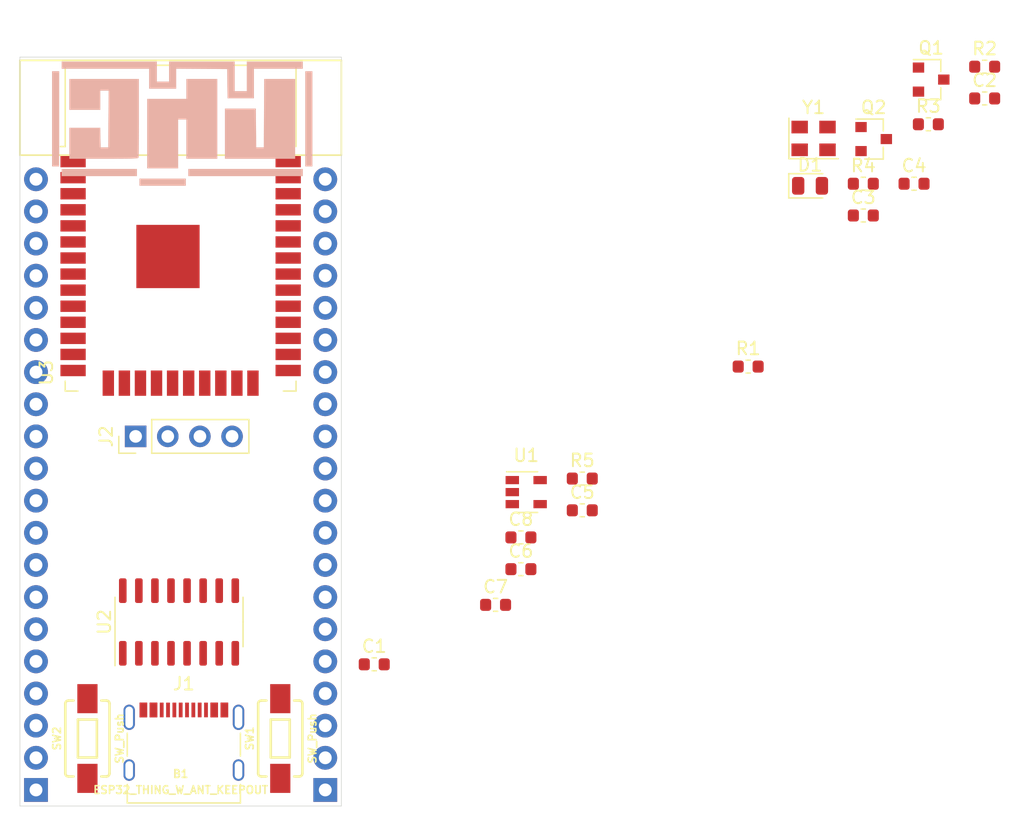
<source format=kicad_pcb>
(kicad_pcb (version 20171130) (host pcbnew 5.1.5+dfsg1-2build2)

  (general
    (thickness 1.6)
    (drawings 4)
    (tracks 0)
    (zones 0)
    (modules 26)
    (nets 124)
  )

  (page A4)
  (layers
    (0 F.Cu signal)
    (31 B.Cu signal)
    (32 B.Adhes user)
    (33 F.Adhes user)
    (34 B.Paste user)
    (35 F.Paste user)
    (36 B.SilkS user)
    (37 F.SilkS user)
    (38 B.Mask user)
    (39 F.Mask user)
    (40 Dwgs.User user)
    (41 Cmts.User user)
    (42 Eco1.User user)
    (43 Eco2.User user)
    (44 Edge.Cuts user)
    (45 Margin user)
    (46 B.CrtYd user)
    (47 F.CrtYd user)
    (48 B.Fab user)
    (49 F.Fab user)
  )

  (setup
    (last_trace_width 0.127)
    (user_trace_width 0.127)
    (user_trace_width 0.1524)
    (user_trace_width 0.1778)
    (user_trace_width 0.2032)
    (user_trace_width 0.2286)
    (user_trace_width 0.254)
    (user_trace_width 0.3048)
    (user_trace_width 0.3556)
    (user_trace_width 0.4064)
    (user_trace_width 0.4572)
    (user_trace_width 0.508)
    (user_trace_width 0.6096)
    (user_trace_width 0.6604)
    (user_trace_width 0.762)
    (user_trace_width 0.9144)
    (user_trace_width 1.016)
    (user_trace_width 1.27)
    (user_trace_width 2.54)
    (trace_clearance 0.127)
    (zone_clearance 0.508)
    (zone_45_only no)
    (trace_min 0.127)
    (via_size 0.6)
    (via_drill 0.3)
    (via_min_size 0.6)
    (via_min_drill 0.3)
    (user_via 0.6 0.3)
    (user_via 0.8 0.4)
    (user_via 1 0.8)
    (uvia_size 0.3)
    (uvia_drill 0.1)
    (uvias_allowed no)
    (uvia_min_size 0.2)
    (uvia_min_drill 0.1)
    (edge_width 0.05)
    (segment_width 0.127)
    (pcb_text_width 0.1524)
    (pcb_text_size 0.8128 0.8128)
    (mod_edge_width 0.1524)
    (mod_text_size 0.8128 0.8128)
    (mod_text_width 0.1524)
    (pad_size 1.524 1.524)
    (pad_drill 0.762)
    (pad_to_mask_clearance 0.051)
    (solder_mask_min_width 0.25)
    (aux_axis_origin 0 0)
    (visible_elements FFFFFF7F)
    (pcbplotparams
      (layerselection 0x010fc_ffffffff)
      (usegerberextensions false)
      (usegerberattributes false)
      (usegerberadvancedattributes false)
      (creategerberjobfile false)
      (excludeedgelayer true)
      (linewidth 0.100000)
      (plotframeref false)
      (viasonmask false)
      (mode 1)
      (useauxorigin false)
      (hpglpennumber 1)
      (hpglpenspeed 20)
      (hpglpendiameter 15.000000)
      (psnegative false)
      (psa4output false)
      (plotreference true)
      (plotvalue true)
      (plotinvisibletext false)
      (padsonsilk false)
      (subtractmaskfromsilk false)
      (outputformat 1)
      (mirror false)
      (drillshape 1)
      (scaleselection 1)
      (outputdirectory ""))
  )

  (net 0 "")
  (net 1 "Net-(B1-Pad1)")
  (net 2 "Net-(B1-Pad2)")
  (net 3 "Net-(B1-Pad3)")
  (net 4 "Net-(B1-Pad4)")
  (net 5 "Net-(B1-Pad5)")
  (net 6 "Net-(B1-Pad6)")
  (net 7 "Net-(B1-Pad7)")
  (net 8 "Net-(B1-Pad8)")
  (net 9 "Net-(B1-Pad9)")
  (net 10 "Net-(B1-Pad10)")
  (net 11 "Net-(B1-Pad11)")
  (net 12 "Net-(B1-Pad12)")
  (net 13 "Net-(B1-Pad13)")
  (net 14 "Net-(B1-Pad14)")
  (net 15 "Net-(B1-Pad15)")
  (net 16 "Net-(B1-Pad16)")
  (net 17 "Net-(B1-Pad17)")
  (net 18 "Net-(B1-Pad18)")
  (net 19 "Net-(B1-Pad19)")
  (net 20 "Net-(B1-Pad20)")
  (net 21 "Net-(B1-Pad21)")
  (net 22 "Net-(B1-Pad22)")
  (net 23 "Net-(B1-Pad23)")
  (net 24 "Net-(B1-Pad24)")
  (net 25 "Net-(B1-Pad25)")
  (net 26 "Net-(B1-Pad26)")
  (net 27 "Net-(B1-Pad27)")
  (net 28 "Net-(B1-Pad28)")
  (net 29 "Net-(B1-Pad29)")
  (net 30 "Net-(B1-Pad30)")
  (net 31 "Net-(B1-Pad31)")
  (net 32 "Net-(B1-Pad32)")
  (net 33 "Net-(B1-Pad33)")
  (net 34 "Net-(B1-Pad34)")
  (net 35 "Net-(B1-Pad35)")
  (net 36 "Net-(B1-Pad36)")
  (net 37 "Net-(B1-Pad37)")
  (net 38 "Net-(B1-Pad38)")
  (net 39 "Net-(B1-Pad39)")
  (net 40 "Net-(B1-Pad40)")
  (net 41 "Net-(Q1-Pad3)")
  (net 42 "Net-(Q1-Pad2)")
  (net 43 "Net-(Q1-Pad1)")
  (net 44 "Net-(Q2-Pad1)")
  (net 45 "Net-(Q2-Pad2)")
  (net 46 "Net-(Q2-Pad3)")
  (net 47 5V)
  (net 48 "Net-(U1-Pad2)")
  (net 49 "Net-(R1-Pad1)")
  (net 50 "Net-(U1-Pad4)")
  (net 51 "Net-(C5-Pad1)")
  (net 52 "Net-(U2-Pad1)")
  (net 53 "Net-(U2-Pad2)")
  (net 54 "Net-(U2-Pad3)")
  (net 55 +3V3)
  (net 56 D+)
  (net 57 D-)
  (net 58 "Net-(C3-Pad2)")
  (net 59 "Net-(C4-Pad1)")
  (net 60 "Net-(U2-Pad9)")
  (net 61 "Net-(U2-Pad10)")
  (net 62 "Net-(U2-Pad11)")
  (net 63 "Net-(U2-Pad12)")
  (net 64 "Net-(U2-Pad13)")
  (net 65 "Net-(U2-Pad14)")
  (net 66 "Net-(U2-Pad15)")
  (net 67 "Net-(U3-Pad1)")
  (net 68 "Net-(U3-Pad2)")
  (net 69 "Net-(U3-Pad3)")
  (net 70 "Net-(U3-Pad4)")
  (net 71 "Net-(U3-Pad5)")
  (net 72 "Net-(U3-Pad6)")
  (net 73 "Net-(U3-Pad7)")
  (net 74 "Net-(U3-Pad8)")
  (net 75 "Net-(U3-Pad9)")
  (net 76 "Net-(U3-Pad10)")
  (net 77 "Net-(U3-Pad11)")
  (net 78 "Net-(U3-Pad12)")
  (net 79 "Net-(U3-Pad13)")
  (net 80 "Net-(U3-Pad14)")
  (net 81 "Net-(U3-Pad16)")
  (net 82 "Net-(U3-Pad17)")
  (net 83 "Net-(U3-Pad18)")
  (net 84 "Net-(U3-Pad19)")
  (net 85 "Net-(U3-Pad20)")
  (net 86 "Net-(U3-Pad21)")
  (net 87 "Net-(U3-Pad22)")
  (net 88 "Net-(U3-Pad23)")
  (net 89 "Net-(U3-Pad24)")
  (net 90 "Net-(U3-Pad25)")
  (net 91 "Net-(U3-Pad26)")
  (net 92 "Net-(U3-Pad27)")
  (net 93 "Net-(U3-Pad28)")
  (net 94 "Net-(U3-Pad29)")
  (net 95 "Net-(U3-Pad30)")
  (net 96 "Net-(U3-Pad31)")
  (net 97 "Net-(U3-Pad32)")
  (net 98 "Net-(U3-Pad33)")
  (net 99 "Net-(U3-Pad34)")
  (net 100 "Net-(U3-Pad35)")
  (net 101 "Net-(U3-Pad36)")
  (net 102 "Net-(U3-Pad37)")
  (net 103 GND)
  (net 104 "Net-(C7-Pad2)")
  (net 105 "Net-(C7-Pad1)")
  (net 106 "Net-(C8-Pad1)")
  (net 107 "Net-(C8-Pad2)")
  (net 108 "Net-(D1-Pad1)")
  (net 109 "Net-(D1-Pad2)")
  (net 110 "Net-(J1-PadB8)")
  (net 111 "Net-(J1-PadA5)")
  (net 112 "Net-(J1-PadA8)")
  (net 113 "Net-(J1-PadB5)")
  (net 114 "Net-(J2-Pad1)")
  (net 115 "Net-(J2-Pad2)")
  (net 116 "Net-(J2-Pad3)")
  (net 117 "Net-(J2-Pad4)")
  (net 118 "Net-(R4-Pad1)")
  (net 119 "Net-(R5-Pad1)")
  (net 120 "Net-(SW1-Pad1)")
  (net 121 "Net-(SW1-Pad2)")
  (net 122 "Net-(SW2-Pad2)")
  (net 123 "Net-(SW2-Pad1)")

  (net_class Default "This is the default net class."
    (clearance 0.127)
    (trace_width 0.127)
    (via_dia 0.6)
    (via_drill 0.3)
    (uvia_dia 0.3)
    (uvia_drill 0.1)
    (add_net +3V3)
    (add_net 5V)
    (add_net D+)
    (add_net D-)
    (add_net GND)
    (add_net "Net-(B1-Pad1)")
    (add_net "Net-(B1-Pad10)")
    (add_net "Net-(B1-Pad11)")
    (add_net "Net-(B1-Pad12)")
    (add_net "Net-(B1-Pad13)")
    (add_net "Net-(B1-Pad14)")
    (add_net "Net-(B1-Pad15)")
    (add_net "Net-(B1-Pad16)")
    (add_net "Net-(B1-Pad17)")
    (add_net "Net-(B1-Pad18)")
    (add_net "Net-(B1-Pad19)")
    (add_net "Net-(B1-Pad2)")
    (add_net "Net-(B1-Pad20)")
    (add_net "Net-(B1-Pad21)")
    (add_net "Net-(B1-Pad22)")
    (add_net "Net-(B1-Pad23)")
    (add_net "Net-(B1-Pad24)")
    (add_net "Net-(B1-Pad25)")
    (add_net "Net-(B1-Pad26)")
    (add_net "Net-(B1-Pad27)")
    (add_net "Net-(B1-Pad28)")
    (add_net "Net-(B1-Pad29)")
    (add_net "Net-(B1-Pad3)")
    (add_net "Net-(B1-Pad30)")
    (add_net "Net-(B1-Pad31)")
    (add_net "Net-(B1-Pad32)")
    (add_net "Net-(B1-Pad33)")
    (add_net "Net-(B1-Pad34)")
    (add_net "Net-(B1-Pad35)")
    (add_net "Net-(B1-Pad36)")
    (add_net "Net-(B1-Pad37)")
    (add_net "Net-(B1-Pad38)")
    (add_net "Net-(B1-Pad39)")
    (add_net "Net-(B1-Pad4)")
    (add_net "Net-(B1-Pad40)")
    (add_net "Net-(B1-Pad5)")
    (add_net "Net-(B1-Pad6)")
    (add_net "Net-(B1-Pad7)")
    (add_net "Net-(B1-Pad8)")
    (add_net "Net-(B1-Pad9)")
    (add_net "Net-(C3-Pad2)")
    (add_net "Net-(C4-Pad1)")
    (add_net "Net-(C5-Pad1)")
    (add_net "Net-(C7-Pad1)")
    (add_net "Net-(C7-Pad2)")
    (add_net "Net-(C8-Pad1)")
    (add_net "Net-(C8-Pad2)")
    (add_net "Net-(D1-Pad1)")
    (add_net "Net-(D1-Pad2)")
    (add_net "Net-(J1-PadA5)")
    (add_net "Net-(J1-PadA8)")
    (add_net "Net-(J1-PadB5)")
    (add_net "Net-(J1-PadB8)")
    (add_net "Net-(J2-Pad1)")
    (add_net "Net-(J2-Pad2)")
    (add_net "Net-(J2-Pad3)")
    (add_net "Net-(J2-Pad4)")
    (add_net "Net-(Q1-Pad1)")
    (add_net "Net-(Q1-Pad2)")
    (add_net "Net-(Q1-Pad3)")
    (add_net "Net-(Q2-Pad1)")
    (add_net "Net-(Q2-Pad2)")
    (add_net "Net-(Q2-Pad3)")
    (add_net "Net-(R1-Pad1)")
    (add_net "Net-(R4-Pad1)")
    (add_net "Net-(R5-Pad1)")
    (add_net "Net-(SW1-Pad1)")
    (add_net "Net-(SW1-Pad2)")
    (add_net "Net-(SW2-Pad1)")
    (add_net "Net-(SW2-Pad2)")
    (add_net "Net-(U1-Pad2)")
    (add_net "Net-(U1-Pad4)")
    (add_net "Net-(U2-Pad1)")
    (add_net "Net-(U2-Pad10)")
    (add_net "Net-(U2-Pad11)")
    (add_net "Net-(U2-Pad12)")
    (add_net "Net-(U2-Pad13)")
    (add_net "Net-(U2-Pad14)")
    (add_net "Net-(U2-Pad15)")
    (add_net "Net-(U2-Pad2)")
    (add_net "Net-(U2-Pad3)")
    (add_net "Net-(U2-Pad9)")
    (add_net "Net-(U3-Pad1)")
    (add_net "Net-(U3-Pad10)")
    (add_net "Net-(U3-Pad11)")
    (add_net "Net-(U3-Pad12)")
    (add_net "Net-(U3-Pad13)")
    (add_net "Net-(U3-Pad14)")
    (add_net "Net-(U3-Pad16)")
    (add_net "Net-(U3-Pad17)")
    (add_net "Net-(U3-Pad18)")
    (add_net "Net-(U3-Pad19)")
    (add_net "Net-(U3-Pad2)")
    (add_net "Net-(U3-Pad20)")
    (add_net "Net-(U3-Pad21)")
    (add_net "Net-(U3-Pad22)")
    (add_net "Net-(U3-Pad23)")
    (add_net "Net-(U3-Pad24)")
    (add_net "Net-(U3-Pad25)")
    (add_net "Net-(U3-Pad26)")
    (add_net "Net-(U3-Pad27)")
    (add_net "Net-(U3-Pad28)")
    (add_net "Net-(U3-Pad29)")
    (add_net "Net-(U3-Pad3)")
    (add_net "Net-(U3-Pad30)")
    (add_net "Net-(U3-Pad31)")
    (add_net "Net-(U3-Pad32)")
    (add_net "Net-(U3-Pad33)")
    (add_net "Net-(U3-Pad34)")
    (add_net "Net-(U3-Pad35)")
    (add_net "Net-(U3-Pad36)")
    (add_net "Net-(U3-Pad37)")
    (add_net "Net-(U3-Pad4)")
    (add_net "Net-(U3-Pad5)")
    (add_net "Net-(U3-Pad6)")
    (add_net "Net-(U3-Pad7)")
    (add_net "Net-(U3-Pad8)")
    (add_net "Net-(U3-Pad9)")
  )

  (module lhc_logos:lhc_logo_alt_xlarge (layer B.Cu) (tedit 0) (tstamp 5F4A47E1)
    (at 123.698 65.532 180)
    (fp_text reference G*** (at 0 0) (layer B.SilkS) hide
      (effects (font (size 1.524 1.524) (thickness 0.3)) (justify mirror))
    )
    (fp_text value LOGO (at 0.75 0) (layer B.SilkS) hide
      (effects (font (size 1.524 1.524) (thickness 0.3)) (justify mirror))
    )
    (fp_poly (pts (xy -4.9784 2.3876) (xy -4.0132 2.3876) (xy -4.0132 4.7244) (xy 1.1684 4.7244)
      (xy 1.1684 3.1496) (xy 2.1336 3.1496) (xy 2.1336 4.7244) (xy 9.652 4.7244)
      (xy 9.652 4.1656) (xy 2.7432 4.1656) (xy 2.7432 2.5908) (xy 0.6096 2.5908)
      (xy 0.6096 4.166766) (xy -3.429 4.1402) (xy -3.456308 1.8288) (xy -5.5372 1.8288)
      (xy -5.5372 4.1656) (xy -9.398 4.1656) (xy -9.398 4.7244) (xy -4.9784 4.7244)
      (xy -4.9784 2.3876)) (layer B.SilkS) (width 0.01))
    (fp_poly (pts (xy 9.0424 0.9144) (xy 6.604 0.9144) (xy 6.604 2.4384) (xy 5.942543 2.4384)
      (xy 5.955771 0.1905) (xy 5.969 -2.0574) (xy 6.5786 -2.0574) (xy 6.606646 -0.508)
      (xy 9.0424 -0.508) (xy 9.0424 -2.9464) (xy 6.330035 -2.9464) (xy 5.731577 -2.946159)
      (xy 5.226783 -2.945284) (xy 4.807715 -2.943541) (xy 4.466436 -2.940699) (xy 4.19501 -2.936523)
      (xy 3.985501 -2.930783) (xy 3.829972 -2.923245) (xy 3.720486 -2.913677) (xy 3.649107 -2.901847)
      (xy 3.607898 -2.887521) (xy 3.588923 -2.870468) (xy 3.586835 -2.866045) (xy 3.581313 -2.802031)
      (xy 3.576109 -2.645475) (xy 3.57131 -2.405435) (xy 3.567006 -2.090969) (xy 3.563284 -1.711134)
      (xy 3.560234 -1.274988) (xy 3.557944 -0.791589) (xy 3.556503 -0.269995) (xy 3.556 0.280736)
      (xy 3.556 3.3528) (xy 9.0424 3.3528) (xy 9.0424 0.9144)) (layer B.SilkS) (width 0.01))
    (fp_poly (pts (xy -6.337746 0.6477) (xy -6.3246 -2.0574) (xy -5.715 -2.0574) (xy -5.701556 -0.5207)
      (xy -5.688111 1.016) (xy -3.2512 1.016) (xy -3.2512 -2.9464) (xy -8.7884 -2.9464)
      (xy -8.7884 3.3528) (xy -6.350891 3.3528) (xy -6.337746 0.6477)) (layer B.SilkS) (width 0.01))
    (fp_poly (pts (xy 10.414 -3.556) (xy 9.8552 -3.556) (xy 9.8552 3.9624) (xy 10.414 3.9624)
      (xy 10.414 -3.556)) (layer B.SilkS) (width 0.01))
    (fp_poly (pts (xy -9.6012 -3.556) (xy -10.16 -3.556) (xy -10.16 3.9624) (xy -9.6012 3.9624)
      (xy -9.6012 -3.556)) (layer B.SilkS) (width 0.01))
    (fp_poly (pts (xy -0.2032 1.778) (xy 2.8956 1.778) (xy 2.8956 -3.7084) (xy 0.4572 -3.7084)
      (xy 0.4572 0.1524) (xy -0.2032 0.1524) (xy -0.2032 -2.9464) (xy -2.6416 -2.9464)
      (xy -2.6416 3.3528) (xy -0.2032 3.3528) (xy -0.2032 1.778)) (layer B.SilkS) (width 0.01))
    (fp_poly (pts (xy 9.652 -4.318) (xy 3.7084 -4.318) (xy 3.7084 -3.7592) (xy 9.652 -3.7592)
      (xy 9.652 -4.318)) (layer B.SilkS) (width 0.01))
    (fp_poly (pts (xy -0.3556 -4.318) (xy -9.398 -4.318) (xy -9.398 -3.7592) (xy -0.3556 -3.7592)
      (xy -0.3556 -4.318)) (layer B.SilkS) (width 0.01))
    (fp_poly (pts (xy 3.5052 -5.08) (xy -0.1524 -5.08) (xy -0.1524 -4.5212) (xy 3.5052 -4.5212)
      (xy 3.5052 -5.08)) (layer B.SilkS) (width 0.01))
  )

  (module Boards:ESP32_THING (layer F.Cu) (tedit 200000) (tstamp 5F4A14C6)
    (at 110.744 119.634)
    (descr "SPARKFUN ESP32 THING BOARD")
    (tags "SPARKFUN ESP32 THING BOARD")
    (path /5F4B9300)
    (attr virtual)
    (fp_text reference B1 (at 12.7 -2.54) (layer F.SilkS)
      (effects (font (size 0.6096 0.6096) (thickness 0.127)))
    )
    (fp_text value ESP32_THING_W_ANT_KEEPOUT (at 12.7 -1.27) (layer F.SilkS)
      (effects (font (size 0.6096 0.6096) (thickness 0.127)))
    )
    (fp_line (start 0 0) (end 0 -51.435) (layer Dwgs.User) (width 0.2032))
    (fp_line (start 0 -51.435) (end 0 -58.293) (layer Dwgs.User) (width 0.2032))
    (fp_line (start 0.635 -58.928) (end 24.765 -58.928) (layer Dwgs.User) (width 0.2032))
    (fp_line (start 25.4 -58.293) (end 25.4 -51.435) (layer Dwgs.User) (width 0.2032))
    (fp_line (start 25.4 -51.435) (end 25.4 0) (layer Dwgs.User) (width 0.2032))
    (fp_line (start 25.4 0) (end 0 0) (layer Dwgs.User) (width 0.2032))
    (fp_line (start 0 -51.435) (end 25.4 -51.435) (layer Dwgs.User) (width 0.127))
    (fp_line (start 0 -51.435) (end 25.4 -51.435) (layer F.SilkS) (width 0.127))
    (fp_line (start 25.4 -51.435) (end 25.4 -58.928) (layer F.SilkS) (width 0.127))
    (fp_line (start 25.4 -58.928) (end 0 -58.928) (layer F.SilkS) (width 0.127))
    (fp_line (start 0 -58.928) (end 0 -51.435) (layer F.SilkS) (width 0.127))
    (fp_line (start 0 -51.435) (end 25.4 -51.435) (layer F.SilkS) (width 0.127))
    (fp_line (start 25.4 -51.435) (end 25.4 -58.928) (layer F.SilkS) (width 0.127))
    (fp_line (start 25.4 -58.928) (end 0 -58.928) (layer F.SilkS) (width 0.127))
    (fp_line (start 0 -58.928) (end 0 -51.435) (layer F.SilkS) (width 0.127))
    (fp_arc (start 0.635 -58.293) (end 0 -58.293) (angle 90) (layer Dwgs.User) (width 0.2032))
    (fp_arc (start 24.765 -58.293) (end 24.765 -58.928) (angle 90) (layer Dwgs.User) (width 0.2032))
    (fp_text user 34 (at 3.81 -34.4805) (layer Dwgs.User)
      (effects (font (size 0.889 0.889) (thickness 0.127)))
    )
    (fp_text user 35 (at 3.81 -31.9405) (layer Dwgs.User)
      (effects (font (size 0.889 0.889) (thickness 0.127)))
    )
    (fp_text user 32 (at 3.81 -39.55796) (layer Dwgs.User)
      (effects (font (size 0.889 0.889) (thickness 0.127)))
    )
    (fp_text user 33 (at 3.81 -37.0205) (layer Dwgs.User)
      (effects (font (size 0.889 0.889) (thickness 0.127)))
    )
    (fp_text user 25 (at 3.81 -29.4005) (layer Dwgs.User)
      (effects (font (size 0.889 0.889) (thickness 0.127)))
    )
    (fp_text user 26 (at 3.81 -26.85796) (layer Dwgs.User)
      (effects (font (size 0.889 0.889) (thickness 0.127)))
    )
    (fp_text user 27 (at 3.7846 -24.3205) (layer Dwgs.User)
      (effects (font (size 0.889 0.889) (thickness 0.127)))
    )
    (fp_text user 14 (at 3.7846 -21.7805) (layer Dwgs.User)
      (effects (font (size 0.889 0.889) (thickness 0.127)))
    )
    (fp_text user 12 (at 3.7846 -19.2405) (layer Dwgs.User)
      (effects (font (size 0.889 0.889) (thickness 0.127)))
    )
    (fp_text user 13 (at 3.81 -16.8275) (layer Dwgs.User)
      (effects (font (size 0.889 0.889) (thickness 0.127)))
    )
    (fp_text user VBAT (at 4.699 -6.6675) (layer Dwgs.User)
      (effects (font (size 0.889 0.889) (thickness 0.127)))
    )
    (fp_text user 19 (at 20.9169 -36.7665) (layer Dwgs.User)
      (effects (font (size 0.889 0.889) (thickness 0.127)))
    )
    (fp_text user 21 (at 20.9169 -46.9265) (layer Dwgs.User)
      (effects (font (size 0.889 0.889) (thickness 0.127)))
    )
    (fp_text user 22 (at 20.9423 -39.30396) (layer Dwgs.User)
      (effects (font (size 0.889 0.889) (thickness 0.127)))
    )
    (fp_text user RX (at 20.9677 -41.8465) (layer Dwgs.User)
      (effects (font (size 0.889 0.889) (thickness 0.127)))
    )
    (fp_text user TX (at 20.9169 -44.3865) (layer Dwgs.User)
      (effects (font (size 0.889 0.889) (thickness 0.127)))
    )
    (fp_text user 23 (at 20.9169 -34.2265) (layer Dwgs.User)
      (effects (font (size 0.889 0.889) (thickness 0.127)))
    )
    (fp_text user 18 (at 20.9169 -31.6865) (layer Dwgs.User)
      (effects (font (size 0.889 0.889) (thickness 0.127)))
    )
    (fp_text user 5 (at 20.4724 -29.1465) (layer Dwgs.User)
      (effects (font (size 0.889 0.889) (thickness 0.127)))
    )
    (fp_text user 15 (at 20.9169 -26.60396) (layer Dwgs.User)
      (effects (font (size 0.889 0.889) (thickness 0.127)))
    )
    (fp_text user 2 (at 20.4724 -24.0665) (layer Dwgs.User)
      (effects (font (size 0.889 0.889) (thickness 0.127)))
    )
    (fp_text user 0 (at 20.4724 -21.5265) (layer Dwgs.User)
      (effects (font (size 0.889 0.889) (thickness 0.127)))
    )
    (fp_text user 4 (at 20.4724 -18.9865) (layer Dwgs.User)
      (effects (font (size 0.889 0.889) (thickness 0.127)))
    )
    (fp_text user 17 (at 20.9169 -16.4465) (layer Dwgs.User)
      (effects (font (size 0.889 0.889) (thickness 0.127)))
    )
    (fp_text user 16 (at 20.9169 -13.9065) (layer Dwgs.User)
      (effects (font (size 0.889 0.889) (thickness 0.127)))
    )
    (fp_text user 39 (at 3.81 -42.1005) (layer Dwgs.User)
      (effects (font (size 0.889 0.889) (thickness 0.127)))
    )
    (fp_text user 38 (at 3.81 -44.6405) (layer Dwgs.User)
      (effects (font (size 0.889 0.889) (thickness 0.127)))
    )
    (fp_text user 37 (at 3.81 -47.1805) (layer Dwgs.User)
      (effects (font (size 0.889 0.889) (thickness 0.127)))
    )
    (fp_text user 36 (at 3.81 -49.7205) (layer Dwgs.User)
      (effects (font (size 0.889 0.889) (thickness 0.127)))
    )
    (fp_text user GND (at 21.2852 -49.4665) (layer Dwgs.User)
      (effects (font (size 0.889 0.889) (thickness 0.127)))
    )
    (fp_text user !RST! (at 5.1435 -14.2875) (layer Dwgs.User)
      (effects (font (size 0.889 0.889) (thickness 0.127)))
    )
    (fp_text user 3V3 (at 4.2545 -11.7475) (layer Dwgs.User)
      (effects (font (size 0.889 0.889) (thickness 0.127)))
    )
    (fp_text user GND (at 4.2545 -9.2075) (layer Dwgs.User)
      (effects (font (size 0.889 0.889) (thickness 0.127)))
    )
    (fp_text user VUSB (at 4.699 -4.12496) (layer Dwgs.User)
      (effects (font (size 0.889 0.889) (thickness 0.127)))
    )
    (fp_text user GND (at 4.2545 -1.5875) (layer Dwgs.User)
      (effects (font (size 0.889 0.889) (thickness 0.127)))
    )
    (fp_text user 3V3 (at 21.3614 -11.3665) (layer Dwgs.User)
      (effects (font (size 0.889 0.889) (thickness 0.127)))
    )
    (fp_text user GND (at 21.3614 -8.8265) (layer Dwgs.User)
      (effects (font (size 0.889 0.889) (thickness 0.127)))
    )
    (fp_text user VBAT (at 21.8059 -6.2865) (layer Dwgs.User)
      (effects (font (size 0.889 0.889) (thickness 0.127)))
    )
    (fp_text user VUSB (at 21.8059 -3.7465) (layer Dwgs.User)
      (effects (font (size 0.889 0.889) (thickness 0.127)))
    )
    (fp_text user GND (at 21.3614 -1.2065) (layer Dwgs.User)
      (effects (font (size 0.889 0.889) (thickness 0.127)))
    )
    (fp_text user "Antenna Keepout" (at 12.7 -55.245) (layer Dwgs.User)
      (effects (font (size 0.889 0.889) (thickness 0.0762)))
    )
    (pad 1 thru_hole rect (at 1.27 -1.27) (size 1.8796 1.8796) (drill 1.016) (layers *.Cu *.Mask)
      (net 1 "Net-(B1-Pad1)") (solder_mask_margin 0.1016))
    (pad 2 thru_hole circle (at 1.27 -3.81) (size 1.8796 1.8796) (drill 1.016) (layers *.Cu *.Mask)
      (net 2 "Net-(B1-Pad2)") (solder_mask_margin 0.1016))
    (pad 3 thru_hole circle (at 1.27 -6.35) (size 1.8796 1.8796) (drill 1.016) (layers *.Cu *.Mask)
      (net 3 "Net-(B1-Pad3)") (solder_mask_margin 0.1016))
    (pad 4 thru_hole circle (at 1.27 -8.89) (size 1.8796 1.8796) (drill 1.016) (layers *.Cu *.Mask)
      (net 4 "Net-(B1-Pad4)") (solder_mask_margin 0.1016))
    (pad 5 thru_hole circle (at 1.27 -11.43) (size 1.8796 1.8796) (drill 1.016) (layers *.Cu *.Mask)
      (net 5 "Net-(B1-Pad5)") (solder_mask_margin 0.1016))
    (pad 6 thru_hole circle (at 1.27 -13.97) (size 1.8796 1.8796) (drill 1.016) (layers *.Cu *.Mask)
      (net 6 "Net-(B1-Pad6)") (solder_mask_margin 0.1016))
    (pad 7 thru_hole circle (at 1.27 -16.51) (size 1.8796 1.8796) (drill 1.016) (layers *.Cu *.Mask)
      (net 7 "Net-(B1-Pad7)") (solder_mask_margin 0.1016))
    (pad 8 thru_hole circle (at 1.27 -19.05) (size 1.8796 1.8796) (drill 1.016) (layers *.Cu *.Mask)
      (net 8 "Net-(B1-Pad8)") (solder_mask_margin 0.1016))
    (pad 9 thru_hole circle (at 1.27 -21.59) (size 1.8796 1.8796) (drill 1.016) (layers *.Cu *.Mask)
      (net 9 "Net-(B1-Pad9)") (solder_mask_margin 0.1016))
    (pad 10 thru_hole circle (at 1.27 -24.13) (size 1.8796 1.8796) (drill 1.016) (layers *.Cu *.Mask)
      (net 10 "Net-(B1-Pad10)") (solder_mask_margin 0.1016))
    (pad 11 thru_hole circle (at 1.27 -26.67) (size 1.8796 1.8796) (drill 1.016) (layers *.Cu *.Mask)
      (net 11 "Net-(B1-Pad11)") (solder_mask_margin 0.1016))
    (pad 12 thru_hole circle (at 1.27 -29.21) (size 1.8796 1.8796) (drill 1.016) (layers *.Cu *.Mask)
      (net 12 "Net-(B1-Pad12)") (solder_mask_margin 0.1016))
    (pad 13 thru_hole circle (at 1.27 -31.75) (size 1.8796 1.8796) (drill 1.016) (layers *.Cu *.Mask)
      (net 13 "Net-(B1-Pad13)") (solder_mask_margin 0.1016))
    (pad 14 thru_hole circle (at 1.27 -34.29) (size 1.8796 1.8796) (drill 1.016) (layers *.Cu *.Mask)
      (net 14 "Net-(B1-Pad14)") (solder_mask_margin 0.1016))
    (pad 15 thru_hole circle (at 1.27 -36.83) (size 1.8796 1.8796) (drill 1.016) (layers *.Cu *.Mask)
      (net 15 "Net-(B1-Pad15)") (solder_mask_margin 0.1016))
    (pad 16 thru_hole circle (at 1.27 -39.37) (size 1.8796 1.8796) (drill 1.016) (layers *.Cu *.Mask)
      (net 16 "Net-(B1-Pad16)") (solder_mask_margin 0.1016))
    (pad 17 thru_hole circle (at 1.27 -41.91) (size 1.8796 1.8796) (drill 1.016) (layers *.Cu *.Mask)
      (net 17 "Net-(B1-Pad17)") (solder_mask_margin 0.1016))
    (pad 18 thru_hole circle (at 1.27 -44.45) (size 1.8796 1.8796) (drill 1.016) (layers *.Cu *.Mask)
      (net 18 "Net-(B1-Pad18)") (solder_mask_margin 0.1016))
    (pad 19 thru_hole circle (at 1.27 -46.99) (size 1.8796 1.8796) (drill 1.016) (layers *.Cu *.Mask)
      (net 19 "Net-(B1-Pad19)") (solder_mask_margin 0.1016))
    (pad 20 thru_hole circle (at 1.27 -49.53) (size 1.8796 1.8796) (drill 1.016) (layers *.Cu *.Mask)
      (net 20 "Net-(B1-Pad20)") (solder_mask_margin 0.1016))
    (pad 21 thru_hole circle (at 24.13 -49.53) (size 1.8796 1.8796) (drill 1.016) (layers *.Cu *.Mask)
      (net 21 "Net-(B1-Pad21)") (solder_mask_margin 0.1016))
    (pad 22 thru_hole circle (at 24.13 -46.99) (size 1.8796 1.8796) (drill 1.016) (layers *.Cu *.Mask)
      (net 22 "Net-(B1-Pad22)") (solder_mask_margin 0.1016))
    (pad 23 thru_hole circle (at 24.13 -44.45) (size 1.8796 1.8796) (drill 1.016) (layers *.Cu *.Mask)
      (net 23 "Net-(B1-Pad23)") (solder_mask_margin 0.1016))
    (pad 24 thru_hole circle (at 24.13 -41.91) (size 1.8796 1.8796) (drill 1.016) (layers *.Cu *.Mask)
      (net 24 "Net-(B1-Pad24)") (solder_mask_margin 0.1016))
    (pad 25 thru_hole circle (at 24.13 -39.37) (size 1.8796 1.8796) (drill 1.016) (layers *.Cu *.Mask)
      (net 25 "Net-(B1-Pad25)") (solder_mask_margin 0.1016))
    (pad 26 thru_hole circle (at 24.13 -36.83) (size 1.8796 1.8796) (drill 1.016) (layers *.Cu *.Mask)
      (net 26 "Net-(B1-Pad26)") (solder_mask_margin 0.1016))
    (pad 27 thru_hole circle (at 24.13 -34.29) (size 1.8796 1.8796) (drill 1.016) (layers *.Cu *.Mask)
      (net 27 "Net-(B1-Pad27)") (solder_mask_margin 0.1016))
    (pad 28 thru_hole circle (at 24.13 -31.75) (size 1.8796 1.8796) (drill 1.016) (layers *.Cu *.Mask)
      (net 28 "Net-(B1-Pad28)") (solder_mask_margin 0.1016))
    (pad 29 thru_hole circle (at 24.13 -29.21) (size 1.8796 1.8796) (drill 1.016) (layers *.Cu *.Mask)
      (net 29 "Net-(B1-Pad29)") (solder_mask_margin 0.1016))
    (pad 30 thru_hole circle (at 24.13 -26.67) (size 1.8796 1.8796) (drill 1.016) (layers *.Cu *.Mask)
      (net 30 "Net-(B1-Pad30)") (solder_mask_margin 0.1016))
    (pad 31 thru_hole circle (at 24.13 -24.13) (size 1.8796 1.8796) (drill 1.016) (layers *.Cu *.Mask)
      (net 31 "Net-(B1-Pad31)") (solder_mask_margin 0.1016))
    (pad 32 thru_hole circle (at 24.13 -21.59) (size 1.8796 1.8796) (drill 1.016) (layers *.Cu *.Mask)
      (net 32 "Net-(B1-Pad32)") (solder_mask_margin 0.1016))
    (pad 33 thru_hole circle (at 24.13 -19.05) (size 1.8796 1.8796) (drill 1.016) (layers *.Cu *.Mask)
      (net 33 "Net-(B1-Pad33)") (solder_mask_margin 0.1016))
    (pad 34 thru_hole circle (at 24.13 -16.51) (size 1.8796 1.8796) (drill 1.016) (layers *.Cu *.Mask)
      (net 34 "Net-(B1-Pad34)") (solder_mask_margin 0.1016))
    (pad 35 thru_hole circle (at 24.13 -13.97) (size 1.8796 1.8796) (drill 1.016) (layers *.Cu *.Mask)
      (net 35 "Net-(B1-Pad35)") (solder_mask_margin 0.1016))
    (pad 36 thru_hole circle (at 24.13 -11.43) (size 1.8796 1.8796) (drill 1.016) (layers *.Cu *.Mask)
      (net 36 "Net-(B1-Pad36)") (solder_mask_margin 0.1016))
    (pad 37 thru_hole circle (at 24.13 -8.89) (size 1.8796 1.8796) (drill 1.016) (layers *.Cu *.Mask)
      (net 37 "Net-(B1-Pad37)") (solder_mask_margin 0.1016))
    (pad 38 thru_hole circle (at 24.13 -6.35) (size 1.8796 1.8796) (drill 1.016) (layers *.Cu *.Mask)
      (net 38 "Net-(B1-Pad38)") (solder_mask_margin 0.1016))
    (pad 39 thru_hole circle (at 24.13 -3.81) (size 1.8796 1.8796) (drill 1.016) (layers *.Cu *.Mask)
      (net 39 "Net-(B1-Pad39)") (solder_mask_margin 0.1016))
    (pad 40 thru_hole rect (at 24.13 -1.27) (size 1.8796 1.8796) (drill 1.016) (layers *.Cu *.Mask)
      (net 40 "Net-(B1-Pad40)") (solder_mask_margin 0.1016))
  )

  (module Capacitor_SMD:C_0603_1608Metric (layer F.Cu) (tedit 5B301BBE) (tstamp 5F4A14D7)
    (at 138.745001 108.437001)
    (descr "Capacitor SMD 0603 (1608 Metric), square (rectangular) end terminal, IPC_7351 nominal, (Body size source: http://www.tortai-tech.com/upload/download/2011102023233369053.pdf), generated with kicad-footprint-generator")
    (tags capacitor)
    (path /5F4CE851)
    (attr smd)
    (fp_text reference C1 (at 0 -1.43) (layer F.SilkS)
      (effects (font (size 1 1) (thickness 0.15)))
    )
    (fp_text value C_Small (at 0 1.43) (layer F.Fab)
      (effects (font (size 1 1) (thickness 0.15)))
    )
    (fp_line (start -0.8 0.4) (end -0.8 -0.4) (layer F.Fab) (width 0.1))
    (fp_line (start -0.8 -0.4) (end 0.8 -0.4) (layer F.Fab) (width 0.1))
    (fp_line (start 0.8 -0.4) (end 0.8 0.4) (layer F.Fab) (width 0.1))
    (fp_line (start 0.8 0.4) (end -0.8 0.4) (layer F.Fab) (width 0.1))
    (fp_line (start -0.162779 -0.51) (end 0.162779 -0.51) (layer F.SilkS) (width 0.12))
    (fp_line (start -0.162779 0.51) (end 0.162779 0.51) (layer F.SilkS) (width 0.12))
    (fp_line (start -1.48 0.73) (end -1.48 -0.73) (layer F.CrtYd) (width 0.05))
    (fp_line (start -1.48 -0.73) (end 1.48 -0.73) (layer F.CrtYd) (width 0.05))
    (fp_line (start 1.48 -0.73) (end 1.48 0.73) (layer F.CrtYd) (width 0.05))
    (fp_line (start 1.48 0.73) (end -1.48 0.73) (layer F.CrtYd) (width 0.05))
    (fp_text user %R (at 0 0) (layer F.Fab)
      (effects (font (size 0.4 0.4) (thickness 0.06)))
    )
    (pad 1 smd roundrect (at -0.7875 0) (size 0.875 0.95) (layers F.Cu F.Paste F.Mask) (roundrect_rratio 0.25)
      (net 47 5V))
    (pad 2 smd roundrect (at 0.7875 0) (size 0.875 0.95) (layers F.Cu F.Paste F.Mask) (roundrect_rratio 0.25)
      (net 103 GND))
    (model ${KISYS3DMOD}/Capacitor_SMD.3dshapes/C_0603_1608Metric.wrl
      (at (xyz 0 0 0))
      (scale (xyz 1 1 1))
      (rotate (xyz 0 0 0))
    )
  )

  (module Capacitor_SMD:C_0603_1608Metric (layer F.Cu) (tedit 5B301BBE) (tstamp 5F4A14E8)
    (at 186.985001 63.717001)
    (descr "Capacitor SMD 0603 (1608 Metric), square (rectangular) end terminal, IPC_7351 nominal, (Body size source: http://www.tortai-tech.com/upload/download/2011102023233369053.pdf), generated with kicad-footprint-generator")
    (tags capacitor)
    (path /5F4CDDF3)
    (attr smd)
    (fp_text reference C2 (at 0 -1.43) (layer F.SilkS)
      (effects (font (size 1 1) (thickness 0.15)))
    )
    (fp_text value C_Small (at 0 1.43) (layer F.Fab)
      (effects (font (size 1 1) (thickness 0.15)))
    )
    (fp_text user %R (at 0 0) (layer F.Fab)
      (effects (font (size 0.4 0.4) (thickness 0.06)))
    )
    (fp_line (start 1.48 0.73) (end -1.48 0.73) (layer F.CrtYd) (width 0.05))
    (fp_line (start 1.48 -0.73) (end 1.48 0.73) (layer F.CrtYd) (width 0.05))
    (fp_line (start -1.48 -0.73) (end 1.48 -0.73) (layer F.CrtYd) (width 0.05))
    (fp_line (start -1.48 0.73) (end -1.48 -0.73) (layer F.CrtYd) (width 0.05))
    (fp_line (start -0.162779 0.51) (end 0.162779 0.51) (layer F.SilkS) (width 0.12))
    (fp_line (start -0.162779 -0.51) (end 0.162779 -0.51) (layer F.SilkS) (width 0.12))
    (fp_line (start 0.8 0.4) (end -0.8 0.4) (layer F.Fab) (width 0.1))
    (fp_line (start 0.8 -0.4) (end 0.8 0.4) (layer F.Fab) (width 0.1))
    (fp_line (start -0.8 -0.4) (end 0.8 -0.4) (layer F.Fab) (width 0.1))
    (fp_line (start -0.8 0.4) (end -0.8 -0.4) (layer F.Fab) (width 0.1))
    (pad 2 smd roundrect (at 0.7875 0) (size 0.875 0.95) (layers F.Cu F.Paste F.Mask) (roundrect_rratio 0.25)
      (net 103 GND))
    (pad 1 smd roundrect (at -0.7875 0) (size 0.875 0.95) (layers F.Cu F.Paste F.Mask) (roundrect_rratio 0.25)
      (net 47 5V))
    (model ${KISYS3DMOD}/Capacitor_SMD.3dshapes/C_0603_1608Metric.wrl
      (at (xyz 0 0 0))
      (scale (xyz 1 1 1))
      (rotate (xyz 0 0 0))
    )
  )

  (module Capacitor_SMD:C_0603_1608Metric (layer F.Cu) (tedit 5B301BBE) (tstamp 5F4A14F9)
    (at 177.395001 72.967001)
    (descr "Capacitor SMD 0603 (1608 Metric), square (rectangular) end terminal, IPC_7351 nominal, (Body size source: http://www.tortai-tech.com/upload/download/2011102023233369053.pdf), generated with kicad-footprint-generator")
    (tags capacitor)
    (path /5F4CC945)
    (attr smd)
    (fp_text reference C3 (at 0 -1.43) (layer F.SilkS)
      (effects (font (size 1 1) (thickness 0.15)))
    )
    (fp_text value C_Small (at 0 1.43) (layer F.Fab)
      (effects (font (size 1 1) (thickness 0.15)))
    )
    (fp_line (start -0.8 0.4) (end -0.8 -0.4) (layer F.Fab) (width 0.1))
    (fp_line (start -0.8 -0.4) (end 0.8 -0.4) (layer F.Fab) (width 0.1))
    (fp_line (start 0.8 -0.4) (end 0.8 0.4) (layer F.Fab) (width 0.1))
    (fp_line (start 0.8 0.4) (end -0.8 0.4) (layer F.Fab) (width 0.1))
    (fp_line (start -0.162779 -0.51) (end 0.162779 -0.51) (layer F.SilkS) (width 0.12))
    (fp_line (start -0.162779 0.51) (end 0.162779 0.51) (layer F.SilkS) (width 0.12))
    (fp_line (start -1.48 0.73) (end -1.48 -0.73) (layer F.CrtYd) (width 0.05))
    (fp_line (start -1.48 -0.73) (end 1.48 -0.73) (layer F.CrtYd) (width 0.05))
    (fp_line (start 1.48 -0.73) (end 1.48 0.73) (layer F.CrtYd) (width 0.05))
    (fp_line (start 1.48 0.73) (end -1.48 0.73) (layer F.CrtYd) (width 0.05))
    (fp_text user %R (at 0 0) (layer F.Fab)
      (effects (font (size 0.4 0.4) (thickness 0.06)))
    )
    (pad 1 smd roundrect (at -0.7875 0) (size 0.875 0.95) (layers F.Cu F.Paste F.Mask) (roundrect_rratio 0.25)
      (net 103 GND))
    (pad 2 smd roundrect (at 0.7875 0) (size 0.875 0.95) (layers F.Cu F.Paste F.Mask) (roundrect_rratio 0.25)
      (net 58 "Net-(C3-Pad2)"))
    (model ${KISYS3DMOD}/Capacitor_SMD.3dshapes/C_0603_1608Metric.wrl
      (at (xyz 0 0 0))
      (scale (xyz 1 1 1))
      (rotate (xyz 0 0 0))
    )
  )

  (module Capacitor_SMD:C_0603_1608Metric (layer F.Cu) (tedit 5B301BBE) (tstamp 5F4A150A)
    (at 181.405001 70.457001)
    (descr "Capacitor SMD 0603 (1608 Metric), square (rectangular) end terminal, IPC_7351 nominal, (Body size source: http://www.tortai-tech.com/upload/download/2011102023233369053.pdf), generated with kicad-footprint-generator")
    (tags capacitor)
    (path /5F4CD563)
    (attr smd)
    (fp_text reference C4 (at 0 -1.43) (layer F.SilkS)
      (effects (font (size 1 1) (thickness 0.15)))
    )
    (fp_text value C_Small (at 0 1.43) (layer F.Fab)
      (effects (font (size 1 1) (thickness 0.15)))
    )
    (fp_line (start -0.8 0.4) (end -0.8 -0.4) (layer F.Fab) (width 0.1))
    (fp_line (start -0.8 -0.4) (end 0.8 -0.4) (layer F.Fab) (width 0.1))
    (fp_line (start 0.8 -0.4) (end 0.8 0.4) (layer F.Fab) (width 0.1))
    (fp_line (start 0.8 0.4) (end -0.8 0.4) (layer F.Fab) (width 0.1))
    (fp_line (start -0.162779 -0.51) (end 0.162779 -0.51) (layer F.SilkS) (width 0.12))
    (fp_line (start -0.162779 0.51) (end 0.162779 0.51) (layer F.SilkS) (width 0.12))
    (fp_line (start -1.48 0.73) (end -1.48 -0.73) (layer F.CrtYd) (width 0.05))
    (fp_line (start -1.48 -0.73) (end 1.48 -0.73) (layer F.CrtYd) (width 0.05))
    (fp_line (start 1.48 -0.73) (end 1.48 0.73) (layer F.CrtYd) (width 0.05))
    (fp_line (start 1.48 0.73) (end -1.48 0.73) (layer F.CrtYd) (width 0.05))
    (fp_text user %R (at 0 0) (layer F.Fab)
      (effects (font (size 0.4 0.4) (thickness 0.06)))
    )
    (pad 1 smd roundrect (at -0.7875 0) (size 0.875 0.95) (layers F.Cu F.Paste F.Mask) (roundrect_rratio 0.25)
      (net 59 "Net-(C4-Pad1)"))
    (pad 2 smd roundrect (at 0.7875 0) (size 0.875 0.95) (layers F.Cu F.Paste F.Mask) (roundrect_rratio 0.25)
      (net 103 GND))
    (model ${KISYS3DMOD}/Capacitor_SMD.3dshapes/C_0603_1608Metric.wrl
      (at (xyz 0 0 0))
      (scale (xyz 1 1 1))
      (rotate (xyz 0 0 0))
    )
  )

  (module Capacitor_SMD:C_0603_1608Metric (layer F.Cu) (tedit 5B301BBE) (tstamp 5F4A151B)
    (at 155.185001 96.267001)
    (descr "Capacitor SMD 0603 (1608 Metric), square (rectangular) end terminal, IPC_7351 nominal, (Body size source: http://www.tortai-tech.com/upload/download/2011102023233369053.pdf), generated with kicad-footprint-generator")
    (tags capacitor)
    (path /5F4CEB31)
    (attr smd)
    (fp_text reference C5 (at 0 -1.43) (layer F.SilkS)
      (effects (font (size 1 1) (thickness 0.15)))
    )
    (fp_text value C_Small (at 0 1.43) (layer F.Fab)
      (effects (font (size 1 1) (thickness 0.15)))
    )
    (fp_text user %R (at 0 0) (layer F.Fab)
      (effects (font (size 0.4 0.4) (thickness 0.06)))
    )
    (fp_line (start 1.48 0.73) (end -1.48 0.73) (layer F.CrtYd) (width 0.05))
    (fp_line (start 1.48 -0.73) (end 1.48 0.73) (layer F.CrtYd) (width 0.05))
    (fp_line (start -1.48 -0.73) (end 1.48 -0.73) (layer F.CrtYd) (width 0.05))
    (fp_line (start -1.48 0.73) (end -1.48 -0.73) (layer F.CrtYd) (width 0.05))
    (fp_line (start -0.162779 0.51) (end 0.162779 0.51) (layer F.SilkS) (width 0.12))
    (fp_line (start -0.162779 -0.51) (end 0.162779 -0.51) (layer F.SilkS) (width 0.12))
    (fp_line (start 0.8 0.4) (end -0.8 0.4) (layer F.Fab) (width 0.1))
    (fp_line (start 0.8 -0.4) (end 0.8 0.4) (layer F.Fab) (width 0.1))
    (fp_line (start -0.8 -0.4) (end 0.8 -0.4) (layer F.Fab) (width 0.1))
    (fp_line (start -0.8 0.4) (end -0.8 -0.4) (layer F.Fab) (width 0.1))
    (pad 2 smd roundrect (at 0.7875 0) (size 0.875 0.95) (layers F.Cu F.Paste F.Mask) (roundrect_rratio 0.25)
      (net 103 GND))
    (pad 1 smd roundrect (at -0.7875 0) (size 0.875 0.95) (layers F.Cu F.Paste F.Mask) (roundrect_rratio 0.25)
      (net 51 "Net-(C5-Pad1)"))
    (model ${KISYS3DMOD}/Capacitor_SMD.3dshapes/C_0603_1608Metric.wrl
      (at (xyz 0 0 0))
      (scale (xyz 1 1 1))
      (rotate (xyz 0 0 0))
    )
  )

  (module Capacitor_SMD:C_0603_1608Metric (layer F.Cu) (tedit 5B301BBE) (tstamp 5F4A152C)
    (at 150.335001 100.917001)
    (descr "Capacitor SMD 0603 (1608 Metric), square (rectangular) end terminal, IPC_7351 nominal, (Body size source: http://www.tortai-tech.com/upload/download/2011102023233369053.pdf), generated with kicad-footprint-generator")
    (tags capacitor)
    (path /5F4CEF67)
    (attr smd)
    (fp_text reference C6 (at 0 -1.43) (layer F.SilkS)
      (effects (font (size 1 1) (thickness 0.15)))
    )
    (fp_text value C_Small (at 0 1.43) (layer F.Fab)
      (effects (font (size 1 1) (thickness 0.15)))
    )
    (fp_text user %R (at 0 0) (layer F.Fab)
      (effects (font (size 0.4 0.4) (thickness 0.06)))
    )
    (fp_line (start 1.48 0.73) (end -1.48 0.73) (layer F.CrtYd) (width 0.05))
    (fp_line (start 1.48 -0.73) (end 1.48 0.73) (layer F.CrtYd) (width 0.05))
    (fp_line (start -1.48 -0.73) (end 1.48 -0.73) (layer F.CrtYd) (width 0.05))
    (fp_line (start -1.48 0.73) (end -1.48 -0.73) (layer F.CrtYd) (width 0.05))
    (fp_line (start -0.162779 0.51) (end 0.162779 0.51) (layer F.SilkS) (width 0.12))
    (fp_line (start -0.162779 -0.51) (end 0.162779 -0.51) (layer F.SilkS) (width 0.12))
    (fp_line (start 0.8 0.4) (end -0.8 0.4) (layer F.Fab) (width 0.1))
    (fp_line (start 0.8 -0.4) (end 0.8 0.4) (layer F.Fab) (width 0.1))
    (fp_line (start -0.8 -0.4) (end 0.8 -0.4) (layer F.Fab) (width 0.1))
    (fp_line (start -0.8 0.4) (end -0.8 -0.4) (layer F.Fab) (width 0.1))
    (pad 2 smd roundrect (at 0.7875 0) (size 0.875 0.95) (layers F.Cu F.Paste F.Mask) (roundrect_rratio 0.25)
      (net 103 GND))
    (pad 1 smd roundrect (at -0.7875 0) (size 0.875 0.95) (layers F.Cu F.Paste F.Mask) (roundrect_rratio 0.25)
      (net 51 "Net-(C5-Pad1)"))
    (model ${KISYS3DMOD}/Capacitor_SMD.3dshapes/C_0603_1608Metric.wrl
      (at (xyz 0 0 0))
      (scale (xyz 1 1 1))
      (rotate (xyz 0 0 0))
    )
  )

  (module Capacitor_SMD:C_0603_1608Metric (layer F.Cu) (tedit 5B301BBE) (tstamp 5F4A153D)
    (at 148.335001 103.737001)
    (descr "Capacitor SMD 0603 (1608 Metric), square (rectangular) end terminal, IPC_7351 nominal, (Body size source: http://www.tortai-tech.com/upload/download/2011102023233369053.pdf), generated with kicad-footprint-generator")
    (tags capacitor)
    (path /5F4D02B8)
    (attr smd)
    (fp_text reference C7 (at 0 -1.43) (layer F.SilkS)
      (effects (font (size 1 1) (thickness 0.15)))
    )
    (fp_text value C_Small (at 0 1.43) (layer F.Fab)
      (effects (font (size 1 1) (thickness 0.15)))
    )
    (fp_text user %R (at 0 0) (layer F.Fab)
      (effects (font (size 0.4 0.4) (thickness 0.06)))
    )
    (fp_line (start 1.48 0.73) (end -1.48 0.73) (layer F.CrtYd) (width 0.05))
    (fp_line (start 1.48 -0.73) (end 1.48 0.73) (layer F.CrtYd) (width 0.05))
    (fp_line (start -1.48 -0.73) (end 1.48 -0.73) (layer F.CrtYd) (width 0.05))
    (fp_line (start -1.48 0.73) (end -1.48 -0.73) (layer F.CrtYd) (width 0.05))
    (fp_line (start -0.162779 0.51) (end 0.162779 0.51) (layer F.SilkS) (width 0.12))
    (fp_line (start -0.162779 -0.51) (end 0.162779 -0.51) (layer F.SilkS) (width 0.12))
    (fp_line (start 0.8 0.4) (end -0.8 0.4) (layer F.Fab) (width 0.1))
    (fp_line (start 0.8 -0.4) (end 0.8 0.4) (layer F.Fab) (width 0.1))
    (fp_line (start -0.8 -0.4) (end 0.8 -0.4) (layer F.Fab) (width 0.1))
    (fp_line (start -0.8 0.4) (end -0.8 -0.4) (layer F.Fab) (width 0.1))
    (pad 2 smd roundrect (at 0.7875 0) (size 0.875 0.95) (layers F.Cu F.Paste F.Mask) (roundrect_rratio 0.25)
      (net 104 "Net-(C7-Pad2)"))
    (pad 1 smd roundrect (at -0.7875 0) (size 0.875 0.95) (layers F.Cu F.Paste F.Mask) (roundrect_rratio 0.25)
      (net 105 "Net-(C7-Pad1)"))
    (model ${KISYS3DMOD}/Capacitor_SMD.3dshapes/C_0603_1608Metric.wrl
      (at (xyz 0 0 0))
      (scale (xyz 1 1 1))
      (rotate (xyz 0 0 0))
    )
  )

  (module Capacitor_SMD:C_0603_1608Metric (layer F.Cu) (tedit 5B301BBE) (tstamp 5F4A154E)
    (at 150.335001 98.407001)
    (descr "Capacitor SMD 0603 (1608 Metric), square (rectangular) end terminal, IPC_7351 nominal, (Body size source: http://www.tortai-tech.com/upload/download/2011102023233369053.pdf), generated with kicad-footprint-generator")
    (tags capacitor)
    (path /5F4CF1E8)
    (attr smd)
    (fp_text reference C8 (at 0 -1.43) (layer F.SilkS)
      (effects (font (size 1 1) (thickness 0.15)))
    )
    (fp_text value C_Small (at 0 1.43) (layer F.Fab)
      (effects (font (size 1 1) (thickness 0.15)))
    )
    (fp_line (start -0.8 0.4) (end -0.8 -0.4) (layer F.Fab) (width 0.1))
    (fp_line (start -0.8 -0.4) (end 0.8 -0.4) (layer F.Fab) (width 0.1))
    (fp_line (start 0.8 -0.4) (end 0.8 0.4) (layer F.Fab) (width 0.1))
    (fp_line (start 0.8 0.4) (end -0.8 0.4) (layer F.Fab) (width 0.1))
    (fp_line (start -0.162779 -0.51) (end 0.162779 -0.51) (layer F.SilkS) (width 0.12))
    (fp_line (start -0.162779 0.51) (end 0.162779 0.51) (layer F.SilkS) (width 0.12))
    (fp_line (start -1.48 0.73) (end -1.48 -0.73) (layer F.CrtYd) (width 0.05))
    (fp_line (start -1.48 -0.73) (end 1.48 -0.73) (layer F.CrtYd) (width 0.05))
    (fp_line (start 1.48 -0.73) (end 1.48 0.73) (layer F.CrtYd) (width 0.05))
    (fp_line (start 1.48 0.73) (end -1.48 0.73) (layer F.CrtYd) (width 0.05))
    (fp_text user %R (at 0 0) (layer F.Fab)
      (effects (font (size 0.4 0.4) (thickness 0.06)))
    )
    (pad 1 smd roundrect (at -0.7875 0) (size 0.875 0.95) (layers F.Cu F.Paste F.Mask) (roundrect_rratio 0.25)
      (net 106 "Net-(C8-Pad1)"))
    (pad 2 smd roundrect (at 0.7875 0) (size 0.875 0.95) (layers F.Cu F.Paste F.Mask) (roundrect_rratio 0.25)
      (net 107 "Net-(C8-Pad2)"))
    (model ${KISYS3DMOD}/Capacitor_SMD.3dshapes/C_0603_1608Metric.wrl
      (at (xyz 0 0 0))
      (scale (xyz 1 1 1))
      (rotate (xyz 0 0 0))
    )
  )

  (module LED_SMD:LED_0805_2012Metric (layer F.Cu) (tedit 5B36C52C) (tstamp 5F4A1561)
    (at 173.185001 70.622001)
    (descr "LED SMD 0805 (2012 Metric), square (rectangular) end terminal, IPC_7351 nominal, (Body size source: https://docs.google.com/spreadsheets/d/1BsfQQcO9C6DZCsRaXUlFlo91Tg2WpOkGARC1WS5S8t0/edit?usp=sharing), generated with kicad-footprint-generator")
    (tags diode)
    (path /5F4C5617)
    (attr smd)
    (fp_text reference D1 (at 0 -1.65) (layer F.SilkS)
      (effects (font (size 1 1) (thickness 0.15)))
    )
    (fp_text value LED (at 0 1.65) (layer F.Fab)
      (effects (font (size 1 1) (thickness 0.15)))
    )
    (fp_line (start 1 -0.6) (end -0.7 -0.6) (layer F.Fab) (width 0.1))
    (fp_line (start -0.7 -0.6) (end -1 -0.3) (layer F.Fab) (width 0.1))
    (fp_line (start -1 -0.3) (end -1 0.6) (layer F.Fab) (width 0.1))
    (fp_line (start -1 0.6) (end 1 0.6) (layer F.Fab) (width 0.1))
    (fp_line (start 1 0.6) (end 1 -0.6) (layer F.Fab) (width 0.1))
    (fp_line (start 1 -0.96) (end -1.685 -0.96) (layer F.SilkS) (width 0.12))
    (fp_line (start -1.685 -0.96) (end -1.685 0.96) (layer F.SilkS) (width 0.12))
    (fp_line (start -1.685 0.96) (end 1 0.96) (layer F.SilkS) (width 0.12))
    (fp_line (start -1.68 0.95) (end -1.68 -0.95) (layer F.CrtYd) (width 0.05))
    (fp_line (start -1.68 -0.95) (end 1.68 -0.95) (layer F.CrtYd) (width 0.05))
    (fp_line (start 1.68 -0.95) (end 1.68 0.95) (layer F.CrtYd) (width 0.05))
    (fp_line (start 1.68 0.95) (end -1.68 0.95) (layer F.CrtYd) (width 0.05))
    (fp_text user %R (at 0 0) (layer F.Fab)
      (effects (font (size 0.5 0.5) (thickness 0.08)))
    )
    (pad 1 smd roundrect (at -0.9375 0) (size 0.975 1.4) (layers F.Cu F.Paste F.Mask) (roundrect_rratio 0.25)
      (net 108 "Net-(D1-Pad1)"))
    (pad 2 smd roundrect (at 0.9375 0) (size 0.975 1.4) (layers F.Cu F.Paste F.Mask) (roundrect_rratio 0.25)
      (net 109 "Net-(D1-Pad2)"))
    (model ${KISYS3DMOD}/LED_SMD.3dshapes/LED_0805_2012Metric.wrl
      (at (xyz 0 0 0))
      (scale (xyz 1 1 1))
      (rotate (xyz 0 0 0))
    )
  )

  (module Connector_USB:USB_C_Receptacle_Palconn_UTC16-G (layer F.Cu) (tedit 5CF432E0) (tstamp 5F4A1E37)
    (at 123.698 114.554)
    (descr http://www.palpilot.com/wp-content/uploads/2017/05/UTC027-GKN-OR-Rev-A.pdf)
    (tags "USB C Type-C Receptacle USB2.0")
    (path /5F499765)
    (attr smd)
    (fp_text reference J1 (at 0 -4.58) (layer F.SilkS)
      (effects (font (size 1 1) (thickness 0.15)))
    )
    (fp_text value USB_C_Receptacle_USB2.0 (at 0 6.24) (layer F.Fab)
      (effects (font (size 1 1) (thickness 0.15)))
    )
    (fp_line (start 4.47 4.84) (end -4.47 4.84) (layer F.SilkS) (width 0.12))
    (fp_line (start 4.47 -0.67) (end 4.47 1.13) (layer F.SilkS) (width 0.12))
    (fp_line (start 4.47 4.84) (end 4.47 3.38) (layer F.SilkS) (width 0.12))
    (fp_line (start -4.47 4.84) (end -4.47 3.38) (layer F.SilkS) (width 0.12))
    (fp_line (start -4.47 -0.67) (end -4.47 1.13) (layer F.SilkS) (width 0.12))
    (fp_line (start -4.47 4.34) (end 4.47 4.34) (layer Dwgs.User) (width 0.1))
    (fp_line (start 5.27 5.34) (end 5.27 -3.59) (layer F.CrtYd) (width 0.05))
    (fp_line (start 5.27 -3.59) (end -5.27 -3.59) (layer F.CrtYd) (width 0.05))
    (fp_line (start -5.27 -3.59) (end -5.27 5.34) (layer F.CrtYd) (width 0.05))
    (fp_line (start -5.27 5.34) (end 5.27 5.34) (layer F.CrtYd) (width 0.05))
    (fp_text user %R (at 0 1.18) (layer F.Fab)
      (effects (font (size 1 1) (thickness 0.15)))
    )
    (fp_line (start -4.47 -2.48) (end -4.47 4.84) (layer F.Fab) (width 0.1))
    (fp_line (start 4.47 4.84) (end -4.47 4.84) (layer F.Fab) (width 0.1))
    (fp_line (start 4.47 -2.48) (end 4.47 4.84) (layer F.Fab) (width 0.1))
    (fp_line (start -4.47 -2.48) (end 4.47 -2.48) (layer F.Fab) (width 0.1))
    (fp_text user "PCB Edge" (at 0 3.43) (layer Dwgs.User)
      (effects (font (size 1 1) (thickness 0.15)))
    )
    (pad S1 thru_hole oval (at -4.32 -1.93 90) (size 2 0.9) (drill oval 1.7 0.6) (layers *.Cu *.Mask)
      (net 103 GND))
    (pad S1 thru_hole oval (at 4.32 -1.93 90) (size 2 0.9) (drill oval 1.7 0.6) (layers *.Cu *.Mask)
      (net 103 GND))
    (pad S1 thru_hole oval (at -4.32 2.24 90) (size 1.7 0.9) (drill oval 1.4 0.6) (layers *.Cu *.Mask)
      (net 103 GND))
    (pad S1 thru_hole oval (at 4.32 2.24 90) (size 1.7 0.9) (drill oval 1.4 0.6) (layers *.Cu *.Mask)
      (net 103 GND))
    (pad B7 smd rect (at -0.75 -2.51 180) (size 0.3 1.16) (layers F.Cu F.Paste F.Mask)
      (net 57 D-))
    (pad A6 smd rect (at -0.25 -2.51 180) (size 0.3 1.16) (layers F.Cu F.Paste F.Mask)
      (net 56 D+))
    (pad A7 smd rect (at 0.25 -2.51 180) (size 0.3 1.16) (layers F.Cu F.Paste F.Mask)
      (net 57 D-))
    (pad B8 smd rect (at -1.75 -2.51 180) (size 0.3 1.16) (layers F.Cu F.Paste F.Mask)
      (net 110 "Net-(J1-PadB8)"))
    (pad A5 smd rect (at -1.25 -2.51 180) (size 0.3 1.16) (layers F.Cu F.Paste F.Mask)
      (net 111 "Net-(J1-PadA5)"))
    (pad A8 smd rect (at 1.25 -2.51 180) (size 0.3 1.16) (layers F.Cu F.Paste F.Mask)
      (net 112 "Net-(J1-PadA8)"))
    (pad B6 smd rect (at 0.75 -2.51 180) (size 0.3 1.16) (layers F.Cu F.Paste F.Mask)
      (net 56 D+))
    (pad B5 smd rect (at 1.75 -2.51 180) (size 0.3 1.16) (layers F.Cu F.Paste F.Mask)
      (net 113 "Net-(J1-PadB5)"))
    (pad "" np_thru_hole circle (at 2.89 -1.45 180) (size 0.6 0.6) (drill 0.6) (layers *.Cu *.Mask))
    (pad "" np_thru_hole circle (at -2.89 -1.45 180) (size 0.6 0.6) (drill 0.6) (layers *.Cu *.Mask))
    (pad A4 smd rect (at -2.4 -2.51) (size 0.6 1.16) (layers F.Cu F.Paste F.Mask)
      (net 47 5V))
    (pad B9 smd rect (at -2.4 -2.51) (size 0.6 1.16) (layers F.Cu F.Paste F.Mask)
      (net 47 5V))
    (pad A1 smd rect (at -3.2 -2.51) (size 0.6 1.16) (layers F.Cu F.Paste F.Mask)
      (net 103 GND))
    (pad B12 smd rect (at -3.2 -2.51) (size 0.6 1.16) (layers F.Cu F.Paste F.Mask)
      (net 103 GND))
    (pad B4 smd rect (at 2.4 -2.51) (size 0.6 1.16) (layers F.Cu F.Paste F.Mask)
      (net 47 5V))
    (pad B1 smd rect (at 3.2 -2.51) (size 0.6 1.16) (layers F.Cu F.Paste F.Mask)
      (net 103 GND))
    (pad A9 smd rect (at 2.4 -2.51) (size 0.6 1.16) (layers F.Cu F.Paste F.Mask)
      (net 47 5V))
    (pad A12 smd rect (at 3.2 -2.51) (size 0.6 1.16) (layers F.Cu F.Paste F.Mask)
      (net 103 GND))
    (model ${KISYS3DMOD}/Connector_USB.3dshapes/USB_C_Receptacle_Palconn_UTC16-G.wrl
      (at (xyz 0 0 0))
      (scale (xyz 1 1 1))
      (rotate (xyz 0 0 0))
    )
  )

  (module Connector_PinHeader_2.54mm:PinHeader_1x04_P2.54mm_Vertical (layer F.Cu) (tedit 59FED5CC) (tstamp 5F4A15A3)
    (at 119.888 90.424 90)
    (descr "Through hole straight pin header, 1x04, 2.54mm pitch, single row")
    (tags "Through hole pin header THT 1x04 2.54mm single row")
    (path /5F4C7D74)
    (fp_text reference J2 (at 0 -2.33 90) (layer F.SilkS)
      (effects (font (size 1 1) (thickness 0.15)))
    )
    (fp_text value Conn_01x04_Female (at 0 9.95 90) (layer F.Fab)
      (effects (font (size 1 1) (thickness 0.15)))
    )
    (fp_line (start -0.635 -1.27) (end 1.27 -1.27) (layer F.Fab) (width 0.1))
    (fp_line (start 1.27 -1.27) (end 1.27 8.89) (layer F.Fab) (width 0.1))
    (fp_line (start 1.27 8.89) (end -1.27 8.89) (layer F.Fab) (width 0.1))
    (fp_line (start -1.27 8.89) (end -1.27 -0.635) (layer F.Fab) (width 0.1))
    (fp_line (start -1.27 -0.635) (end -0.635 -1.27) (layer F.Fab) (width 0.1))
    (fp_line (start -1.33 8.95) (end 1.33 8.95) (layer F.SilkS) (width 0.12))
    (fp_line (start -1.33 1.27) (end -1.33 8.95) (layer F.SilkS) (width 0.12))
    (fp_line (start 1.33 1.27) (end 1.33 8.95) (layer F.SilkS) (width 0.12))
    (fp_line (start -1.33 1.27) (end 1.33 1.27) (layer F.SilkS) (width 0.12))
    (fp_line (start -1.33 0) (end -1.33 -1.33) (layer F.SilkS) (width 0.12))
    (fp_line (start -1.33 -1.33) (end 0 -1.33) (layer F.SilkS) (width 0.12))
    (fp_line (start -1.8 -1.8) (end -1.8 9.4) (layer F.CrtYd) (width 0.05))
    (fp_line (start -1.8 9.4) (end 1.8 9.4) (layer F.CrtYd) (width 0.05))
    (fp_line (start 1.8 9.4) (end 1.8 -1.8) (layer F.CrtYd) (width 0.05))
    (fp_line (start 1.8 -1.8) (end -1.8 -1.8) (layer F.CrtYd) (width 0.05))
    (fp_text user %R (at 0 3.81) (layer F.Fab)
      (effects (font (size 1 1) (thickness 0.15)))
    )
    (pad 1 thru_hole rect (at 0 0 90) (size 1.7 1.7) (drill 1) (layers *.Cu *.Mask)
      (net 114 "Net-(J2-Pad1)"))
    (pad 2 thru_hole oval (at 0 2.54 90) (size 1.7 1.7) (drill 1) (layers *.Cu *.Mask)
      (net 115 "Net-(J2-Pad2)"))
    (pad 3 thru_hole oval (at 0 5.08 90) (size 1.7 1.7) (drill 1) (layers *.Cu *.Mask)
      (net 116 "Net-(J2-Pad3)"))
    (pad 4 thru_hole oval (at 0 7.62 90) (size 1.7 1.7) (drill 1) (layers *.Cu *.Mask)
      (net 117 "Net-(J2-Pad4)"))
    (model ${KISYS3DMOD}/Connector_PinHeader_2.54mm.3dshapes/PinHeader_1x04_P2.54mm_Vertical.wrl
      (at (xyz 0 0 0))
      (scale (xyz 1 1 1))
      (rotate (xyz 0 0 0))
    )
  )

  (module Package_TO_SOT_SMD:SOT-23 (layer F.Cu) (tedit 5A02FF57) (tstamp 5F4A15B8)
    (at 182.755001 62.227001)
    (descr "SOT-23, Standard")
    (tags SOT-23)
    (path /5F4C1DE0)
    (attr smd)
    (fp_text reference Q1 (at 0 -2.5) (layer F.SilkS)
      (effects (font (size 1 1) (thickness 0.15)))
    )
    (fp_text value MMBT3904 (at 0 2.5) (layer F.Fab)
      (effects (font (size 1 1) (thickness 0.15)))
    )
    (fp_line (start 0.76 1.58) (end -0.7 1.58) (layer F.SilkS) (width 0.12))
    (fp_line (start 0.76 -1.58) (end -1.4 -1.58) (layer F.SilkS) (width 0.12))
    (fp_line (start -1.7 1.75) (end -1.7 -1.75) (layer F.CrtYd) (width 0.05))
    (fp_line (start 1.7 1.75) (end -1.7 1.75) (layer F.CrtYd) (width 0.05))
    (fp_line (start 1.7 -1.75) (end 1.7 1.75) (layer F.CrtYd) (width 0.05))
    (fp_line (start -1.7 -1.75) (end 1.7 -1.75) (layer F.CrtYd) (width 0.05))
    (fp_line (start 0.76 -1.58) (end 0.76 -0.65) (layer F.SilkS) (width 0.12))
    (fp_line (start 0.76 1.58) (end 0.76 0.65) (layer F.SilkS) (width 0.12))
    (fp_line (start -0.7 1.52) (end 0.7 1.52) (layer F.Fab) (width 0.1))
    (fp_line (start 0.7 -1.52) (end 0.7 1.52) (layer F.Fab) (width 0.1))
    (fp_line (start -0.7 -0.95) (end -0.15 -1.52) (layer F.Fab) (width 0.1))
    (fp_line (start -0.15 -1.52) (end 0.7 -1.52) (layer F.Fab) (width 0.1))
    (fp_line (start -0.7 -0.95) (end -0.7 1.5) (layer F.Fab) (width 0.1))
    (fp_text user %R (at 0 0 90) (layer F.Fab)
      (effects (font (size 0.5 0.5) (thickness 0.075)))
    )
    (pad 3 smd rect (at 1 0) (size 0.9 0.8) (layers F.Cu F.Paste F.Mask)
      (net 41 "Net-(Q1-Pad3)"))
    (pad 2 smd rect (at -1 0.95) (size 0.9 0.8) (layers F.Cu F.Paste F.Mask)
      (net 42 "Net-(Q1-Pad2)"))
    (pad 1 smd rect (at -1 -0.95) (size 0.9 0.8) (layers F.Cu F.Paste F.Mask)
      (net 43 "Net-(Q1-Pad1)"))
    (model ${KISYS3DMOD}/Package_TO_SOT_SMD.3dshapes/SOT-23.wrl
      (at (xyz 0 0 0))
      (scale (xyz 1 1 1))
      (rotate (xyz 0 0 0))
    )
  )

  (module Package_TO_SOT_SMD:SOT-23 (layer F.Cu) (tedit 5A02FF57) (tstamp 5F4A15CD)
    (at 178.215001 66.927001)
    (descr "SOT-23, Standard")
    (tags SOT-23)
    (path /5F4BCFAF)
    (attr smd)
    (fp_text reference Q2 (at 0 -2.5) (layer F.SilkS)
      (effects (font (size 1 1) (thickness 0.15)))
    )
    (fp_text value MMBT3904 (at 0 2.5) (layer F.Fab)
      (effects (font (size 1 1) (thickness 0.15)))
    )
    (fp_text user %R (at 0 0 90) (layer F.Fab)
      (effects (font (size 0.5 0.5) (thickness 0.075)))
    )
    (fp_line (start -0.7 -0.95) (end -0.7 1.5) (layer F.Fab) (width 0.1))
    (fp_line (start -0.15 -1.52) (end 0.7 -1.52) (layer F.Fab) (width 0.1))
    (fp_line (start -0.7 -0.95) (end -0.15 -1.52) (layer F.Fab) (width 0.1))
    (fp_line (start 0.7 -1.52) (end 0.7 1.52) (layer F.Fab) (width 0.1))
    (fp_line (start -0.7 1.52) (end 0.7 1.52) (layer F.Fab) (width 0.1))
    (fp_line (start 0.76 1.58) (end 0.76 0.65) (layer F.SilkS) (width 0.12))
    (fp_line (start 0.76 -1.58) (end 0.76 -0.65) (layer F.SilkS) (width 0.12))
    (fp_line (start -1.7 -1.75) (end 1.7 -1.75) (layer F.CrtYd) (width 0.05))
    (fp_line (start 1.7 -1.75) (end 1.7 1.75) (layer F.CrtYd) (width 0.05))
    (fp_line (start 1.7 1.75) (end -1.7 1.75) (layer F.CrtYd) (width 0.05))
    (fp_line (start -1.7 1.75) (end -1.7 -1.75) (layer F.CrtYd) (width 0.05))
    (fp_line (start 0.76 -1.58) (end -1.4 -1.58) (layer F.SilkS) (width 0.12))
    (fp_line (start 0.76 1.58) (end -0.7 1.58) (layer F.SilkS) (width 0.12))
    (pad 1 smd rect (at -1 -0.95) (size 0.9 0.8) (layers F.Cu F.Paste F.Mask)
      (net 44 "Net-(Q2-Pad1)"))
    (pad 2 smd rect (at -1 0.95) (size 0.9 0.8) (layers F.Cu F.Paste F.Mask)
      (net 45 "Net-(Q2-Pad2)"))
    (pad 3 smd rect (at 1 0) (size 0.9 0.8) (layers F.Cu F.Paste F.Mask)
      (net 46 "Net-(Q2-Pad3)"))
    (model ${KISYS3DMOD}/Package_TO_SOT_SMD.3dshapes/SOT-23.wrl
      (at (xyz 0 0 0))
      (scale (xyz 1 1 1))
      (rotate (xyz 0 0 0))
    )
  )

  (module Resistor_SMD:R_0603_1608Metric (layer F.Cu) (tedit 5B301BBD) (tstamp 5F4A15DE)
    (at 168.295001 84.907001)
    (descr "Resistor SMD 0603 (1608 Metric), square (rectangular) end terminal, IPC_7351 nominal, (Body size source: http://www.tortai-tech.com/upload/download/2011102023233369053.pdf), generated with kicad-footprint-generator")
    (tags resistor)
    (path /5F4D9709)
    (attr smd)
    (fp_text reference R1 (at 0 -1.43) (layer F.SilkS)
      (effects (font (size 1 1) (thickness 0.15)))
    )
    (fp_text value 10kR (at 0 1.43) (layer F.Fab)
      (effects (font (size 1 1) (thickness 0.15)))
    )
    (fp_line (start -0.8 0.4) (end -0.8 -0.4) (layer F.Fab) (width 0.1))
    (fp_line (start -0.8 -0.4) (end 0.8 -0.4) (layer F.Fab) (width 0.1))
    (fp_line (start 0.8 -0.4) (end 0.8 0.4) (layer F.Fab) (width 0.1))
    (fp_line (start 0.8 0.4) (end -0.8 0.4) (layer F.Fab) (width 0.1))
    (fp_line (start -0.162779 -0.51) (end 0.162779 -0.51) (layer F.SilkS) (width 0.12))
    (fp_line (start -0.162779 0.51) (end 0.162779 0.51) (layer F.SilkS) (width 0.12))
    (fp_line (start -1.48 0.73) (end -1.48 -0.73) (layer F.CrtYd) (width 0.05))
    (fp_line (start -1.48 -0.73) (end 1.48 -0.73) (layer F.CrtYd) (width 0.05))
    (fp_line (start 1.48 -0.73) (end 1.48 0.73) (layer F.CrtYd) (width 0.05))
    (fp_line (start 1.48 0.73) (end -1.48 0.73) (layer F.CrtYd) (width 0.05))
    (fp_text user %R (at 0 0) (layer F.Fab)
      (effects (font (size 0.4 0.4) (thickness 0.06)))
    )
    (pad 1 smd roundrect (at -0.7875 0) (size 0.875 0.95) (layers F.Cu F.Paste F.Mask) (roundrect_rratio 0.25)
      (net 49 "Net-(R1-Pad1)"))
    (pad 2 smd roundrect (at 0.7875 0) (size 0.875 0.95) (layers F.Cu F.Paste F.Mask) (roundrect_rratio 0.25)
      (net 47 5V))
    (model ${KISYS3DMOD}/Resistor_SMD.3dshapes/R_0603_1608Metric.wrl
      (at (xyz 0 0 0))
      (scale (xyz 1 1 1))
      (rotate (xyz 0 0 0))
    )
  )

  (module Resistor_SMD:R_0603_1608Metric (layer F.Cu) (tedit 5B301BBD) (tstamp 5F4A15EF)
    (at 186.985001 61.207001)
    (descr "Resistor SMD 0603 (1608 Metric), square (rectangular) end terminal, IPC_7351 nominal, (Body size source: http://www.tortai-tech.com/upload/download/2011102023233369053.pdf), generated with kicad-footprint-generator")
    (tags resistor)
    (path /5F49A933)
    (attr smd)
    (fp_text reference R2 (at 0 -1.43) (layer F.SilkS)
      (effects (font (size 1 1) (thickness 0.15)))
    )
    (fp_text value 5k1R (at 0 1.43) (layer F.Fab)
      (effects (font (size 1 1) (thickness 0.15)))
    )
    (fp_line (start -0.8 0.4) (end -0.8 -0.4) (layer F.Fab) (width 0.1))
    (fp_line (start -0.8 -0.4) (end 0.8 -0.4) (layer F.Fab) (width 0.1))
    (fp_line (start 0.8 -0.4) (end 0.8 0.4) (layer F.Fab) (width 0.1))
    (fp_line (start 0.8 0.4) (end -0.8 0.4) (layer F.Fab) (width 0.1))
    (fp_line (start -0.162779 -0.51) (end 0.162779 -0.51) (layer F.SilkS) (width 0.12))
    (fp_line (start -0.162779 0.51) (end 0.162779 0.51) (layer F.SilkS) (width 0.12))
    (fp_line (start -1.48 0.73) (end -1.48 -0.73) (layer F.CrtYd) (width 0.05))
    (fp_line (start -1.48 -0.73) (end 1.48 -0.73) (layer F.CrtYd) (width 0.05))
    (fp_line (start 1.48 -0.73) (end 1.48 0.73) (layer F.CrtYd) (width 0.05))
    (fp_line (start 1.48 0.73) (end -1.48 0.73) (layer F.CrtYd) (width 0.05))
    (fp_text user %R (at 0 0) (layer F.Fab)
      (effects (font (size 0.4 0.4) (thickness 0.06)))
    )
    (pad 1 smd roundrect (at -0.7875 0) (size 0.875 0.95) (layers F.Cu F.Paste F.Mask) (roundrect_rratio 0.25)
      (net 103 GND))
    (pad 2 smd roundrect (at 0.7875 0) (size 0.875 0.95) (layers F.Cu F.Paste F.Mask) (roundrect_rratio 0.25)
      (net 111 "Net-(J1-PadA5)"))
    (model ${KISYS3DMOD}/Resistor_SMD.3dshapes/R_0603_1608Metric.wrl
      (at (xyz 0 0 0))
      (scale (xyz 1 1 1))
      (rotate (xyz 0 0 0))
    )
  )

  (module Resistor_SMD:R_0603_1608Metric (layer F.Cu) (tedit 5B301BBD) (tstamp 5F4A1600)
    (at 182.535001 65.757001)
    (descr "Resistor SMD 0603 (1608 Metric), square (rectangular) end terminal, IPC_7351 nominal, (Body size source: http://www.tortai-tech.com/upload/download/2011102023233369053.pdf), generated with kicad-footprint-generator")
    (tags resistor)
    (path /5F49C643)
    (attr smd)
    (fp_text reference R3 (at 0 -1.43) (layer F.SilkS)
      (effects (font (size 1 1) (thickness 0.15)))
    )
    (fp_text value 5k1R (at 0 1.43) (layer F.Fab)
      (effects (font (size 1 1) (thickness 0.15)))
    )
    (fp_text user %R (at 0 0) (layer F.Fab)
      (effects (font (size 0.4 0.4) (thickness 0.06)))
    )
    (fp_line (start 1.48 0.73) (end -1.48 0.73) (layer F.CrtYd) (width 0.05))
    (fp_line (start 1.48 -0.73) (end 1.48 0.73) (layer F.CrtYd) (width 0.05))
    (fp_line (start -1.48 -0.73) (end 1.48 -0.73) (layer F.CrtYd) (width 0.05))
    (fp_line (start -1.48 0.73) (end -1.48 -0.73) (layer F.CrtYd) (width 0.05))
    (fp_line (start -0.162779 0.51) (end 0.162779 0.51) (layer F.SilkS) (width 0.12))
    (fp_line (start -0.162779 -0.51) (end 0.162779 -0.51) (layer F.SilkS) (width 0.12))
    (fp_line (start 0.8 0.4) (end -0.8 0.4) (layer F.Fab) (width 0.1))
    (fp_line (start 0.8 -0.4) (end 0.8 0.4) (layer F.Fab) (width 0.1))
    (fp_line (start -0.8 -0.4) (end 0.8 -0.4) (layer F.Fab) (width 0.1))
    (fp_line (start -0.8 0.4) (end -0.8 -0.4) (layer F.Fab) (width 0.1))
    (pad 2 smd roundrect (at 0.7875 0) (size 0.875 0.95) (layers F.Cu F.Paste F.Mask) (roundrect_rratio 0.25)
      (net 113 "Net-(J1-PadB5)"))
    (pad 1 smd roundrect (at -0.7875 0) (size 0.875 0.95) (layers F.Cu F.Paste F.Mask) (roundrect_rratio 0.25)
      (net 103 GND))
    (model ${KISYS3DMOD}/Resistor_SMD.3dshapes/R_0603_1608Metric.wrl
      (at (xyz 0 0 0))
      (scale (xyz 1 1 1))
      (rotate (xyz 0 0 0))
    )
  )

  (module Resistor_SMD:R_0603_1608Metric (layer F.Cu) (tedit 5B301BBD) (tstamp 5F4A1611)
    (at 177.395001 70.457001)
    (descr "Resistor SMD 0603 (1608 Metric), square (rectangular) end terminal, IPC_7351 nominal, (Body size source: http://www.tortai-tech.com/upload/download/2011102023233369053.pdf), generated with kicad-footprint-generator")
    (tags resistor)
    (path /5F4D058B)
    (attr smd)
    (fp_text reference R4 (at 0 -1.43) (layer F.SilkS)
      (effects (font (size 1 1) (thickness 0.15)))
    )
    (fp_text value 10kR (at 0 1.43) (layer F.Fab)
      (effects (font (size 1 1) (thickness 0.15)))
    )
    (fp_line (start -0.8 0.4) (end -0.8 -0.4) (layer F.Fab) (width 0.1))
    (fp_line (start -0.8 -0.4) (end 0.8 -0.4) (layer F.Fab) (width 0.1))
    (fp_line (start 0.8 -0.4) (end 0.8 0.4) (layer F.Fab) (width 0.1))
    (fp_line (start 0.8 0.4) (end -0.8 0.4) (layer F.Fab) (width 0.1))
    (fp_line (start -0.162779 -0.51) (end 0.162779 -0.51) (layer F.SilkS) (width 0.12))
    (fp_line (start -0.162779 0.51) (end 0.162779 0.51) (layer F.SilkS) (width 0.12))
    (fp_line (start -1.48 0.73) (end -1.48 -0.73) (layer F.CrtYd) (width 0.05))
    (fp_line (start -1.48 -0.73) (end 1.48 -0.73) (layer F.CrtYd) (width 0.05))
    (fp_line (start 1.48 -0.73) (end 1.48 0.73) (layer F.CrtYd) (width 0.05))
    (fp_line (start 1.48 0.73) (end -1.48 0.73) (layer F.CrtYd) (width 0.05))
    (fp_text user %R (at 0 0) (layer F.Fab)
      (effects (font (size 0.4 0.4) (thickness 0.06)))
    )
    (pad 1 smd roundrect (at -0.7875 0) (size 0.875 0.95) (layers F.Cu F.Paste F.Mask) (roundrect_rratio 0.25)
      (net 118 "Net-(R4-Pad1)"))
    (pad 2 smd roundrect (at 0.7875 0) (size 0.875 0.95) (layers F.Cu F.Paste F.Mask) (roundrect_rratio 0.25)
      (net 43 "Net-(Q1-Pad1)"))
    (model ${KISYS3DMOD}/Resistor_SMD.3dshapes/R_0603_1608Metric.wrl
      (at (xyz 0 0 0))
      (scale (xyz 1 1 1))
      (rotate (xyz 0 0 0))
    )
  )

  (module Resistor_SMD:R_0603_1608Metric (layer F.Cu) (tedit 5B301BBD) (tstamp 5F4A1622)
    (at 155.185001 93.757001)
    (descr "Resistor SMD 0603 (1608 Metric), square (rectangular) end terminal, IPC_7351 nominal, (Body size source: http://www.tortai-tech.com/upload/download/2011102023233369053.pdf), generated with kicad-footprint-generator")
    (tags resistor)
    (path /5F4D110B)
    (attr smd)
    (fp_text reference R5 (at 0 -1.43) (layer F.SilkS)
      (effects (font (size 1 1) (thickness 0.15)))
    )
    (fp_text value 10kR (at 0 1.43) (layer F.Fab)
      (effects (font (size 1 1) (thickness 0.15)))
    )
    (fp_text user %R (at 0 0) (layer F.Fab)
      (effects (font (size 0.4 0.4) (thickness 0.06)))
    )
    (fp_line (start 1.48 0.73) (end -1.48 0.73) (layer F.CrtYd) (width 0.05))
    (fp_line (start 1.48 -0.73) (end 1.48 0.73) (layer F.CrtYd) (width 0.05))
    (fp_line (start -1.48 -0.73) (end 1.48 -0.73) (layer F.CrtYd) (width 0.05))
    (fp_line (start -1.48 0.73) (end -1.48 -0.73) (layer F.CrtYd) (width 0.05))
    (fp_line (start -0.162779 0.51) (end 0.162779 0.51) (layer F.SilkS) (width 0.12))
    (fp_line (start -0.162779 -0.51) (end 0.162779 -0.51) (layer F.SilkS) (width 0.12))
    (fp_line (start 0.8 0.4) (end -0.8 0.4) (layer F.Fab) (width 0.1))
    (fp_line (start 0.8 -0.4) (end 0.8 0.4) (layer F.Fab) (width 0.1))
    (fp_line (start -0.8 -0.4) (end 0.8 -0.4) (layer F.Fab) (width 0.1))
    (fp_line (start -0.8 0.4) (end -0.8 -0.4) (layer F.Fab) (width 0.1))
    (pad 2 smd roundrect (at 0.7875 0) (size 0.875 0.95) (layers F.Cu F.Paste F.Mask) (roundrect_rratio 0.25)
      (net 44 "Net-(Q2-Pad1)"))
    (pad 1 smd roundrect (at -0.7875 0) (size 0.875 0.95) (layers F.Cu F.Paste F.Mask) (roundrect_rratio 0.25)
      (net 119 "Net-(R5-Pad1)"))
    (model ${KISYS3DMOD}/Resistor_SMD.3dshapes/R_0603_1608Metric.wrl
      (at (xyz 0 0 0))
      (scale (xyz 1 1 1))
      (rotate (xyz 0 0 0))
    )
  )

  (module Switches:TACTILE_SWITCH_SMD_6.0X3.5MM (layer F.Cu) (tedit 5EB02797) (tstamp 5F4A163B)
    (at 131.318 114.3 90)
    (descr "MOMENTARY SWITCH (PUSHBUTTON) - SPST - SMD, 6.0 X 3.5 MM")
    (tags "MOMENTARY SWITCH (PUSHBUTTON) - SPST - SMD, 6.0 X 3.5 MM")
    (path /5F4C37F2)
    (attr smd)
    (fp_text reference SW1 (at 0 -2.413 90) (layer F.SilkS)
      (effects (font (size 0.6096 0.6096) (thickness 0.127)))
    )
    (fp_text value SW_Push (at 0 2.54 90) (layer F.SilkS)
      (effects (font (size 0.6096 0.6096) (thickness 0.127)))
    )
    (fp_line (start -2.99974 -1.09982) (end -2.99974 1.09982) (layer Dwgs.User) (width 0.127))
    (fp_line (start 2.99974 -1.09982) (end 2.99974 1.09982) (layer Dwgs.User) (width 0.127))
    (fp_line (start -2.74828 -1.74752) (end 2.74828 -1.74752) (layer F.SilkS) (width 0.2032))
    (fp_line (start 2.74828 1.74752) (end -2.74828 1.74752) (layer F.SilkS) (width 0.2032))
    (fp_line (start -2.99974 1.4986) (end -2.99974 1.09982) (layer F.SilkS) (width 0.2032))
    (fp_line (start -2.99974 -1.09982) (end -2.99974 -1.4986) (layer F.SilkS) (width 0.2032))
    (fp_line (start 2.99974 -1.09982) (end 2.99974 -1.4986) (layer F.SilkS) (width 0.2032))
    (fp_line (start 2.99974 1.4986) (end 2.99974 1.09982) (layer F.SilkS) (width 0.2032))
    (fp_line (start -1.4986 -0.7493) (end 1.4986 -0.7493) (layer F.SilkS) (width 0.2032))
    (fp_line (start 1.4986 0.7493) (end -1.4986 0.7493) (layer F.SilkS) (width 0.2032))
    (fp_line (start -1.4986 0.7493) (end -1.4986 -0.7493) (layer F.SilkS) (width 0.2032))
    (fp_line (start 1.4986 0.7493) (end 1.4986 -0.7493) (layer F.SilkS) (width 0.2032))
    (fp_line (start -1.99898 0) (end -0.99822 0) (layer Dwgs.User) (width 0.127))
    (fp_line (start -0.99822 0) (end 0.09906 -0.49784) (layer Dwgs.User) (width 0.127))
    (fp_line (start 0.29972 0) (end 1.99898 0) (layer Dwgs.User) (width 0.127))
    (fp_arc (start -2.74828 -1.4986) (end -2.99974 -1.4986) (angle 90) (layer F.SilkS) (width 0.2032))
    (fp_arc (start 2.74828 -1.4986) (end 2.74828 -1.74752) (angle 90) (layer F.SilkS) (width 0.2032))
    (fp_arc (start 2.74828 1.4986) (end 2.99974 1.4986) (angle 90) (layer F.SilkS) (width 0.2032))
    (fp_arc (start -2.74828 1.4986) (end -2.74828 1.74752) (angle 90) (layer F.SilkS) (width 0.2032))
    (pad 1 smd rect (at -3.1496 0 270) (size 2.2987 1.59766) (layers F.Cu F.Paste F.Mask)
      (net 120 "Net-(SW1-Pad1)") (solder_mask_margin 0.1016))
    (pad 2 smd rect (at 3.1496 0 270) (size 2.2987 1.59766) (layers F.Cu F.Paste F.Mask)
      (net 121 "Net-(SW1-Pad2)") (solder_mask_margin 0.1016))
    (model "/home/minatel/kicad/minatel-kicad-libraries/3d/PTS636 SM43J SMTR LFS--3DModel-STEP-56544.STEP"
      (at (xyz 0 0 0))
      (scale (xyz 1 1 1))
      (rotate (xyz -90 0 0))
    )
  )

  (module Switches:TACTILE_SWITCH_SMD_6.0X3.5MM (layer F.Cu) (tedit 5EB02797) (tstamp 5F4A1654)
    (at 116.078 114.3 90)
    (descr "MOMENTARY SWITCH (PUSHBUTTON) - SPST - SMD, 6.0 X 3.5 MM")
    (tags "MOMENTARY SWITCH (PUSHBUTTON) - SPST - SMD, 6.0 X 3.5 MM")
    (path /5F4C39A8)
    (attr smd)
    (fp_text reference SW2 (at 0 -2.413 90) (layer F.SilkS)
      (effects (font (size 0.6096 0.6096) (thickness 0.127)))
    )
    (fp_text value SW_Push (at 0 2.54 90) (layer F.SilkS)
      (effects (font (size 0.6096 0.6096) (thickness 0.127)))
    )
    (fp_arc (start -2.74828 1.4986) (end -2.74828 1.74752) (angle 90) (layer F.SilkS) (width 0.2032))
    (fp_arc (start 2.74828 1.4986) (end 2.99974 1.4986) (angle 90) (layer F.SilkS) (width 0.2032))
    (fp_arc (start 2.74828 -1.4986) (end 2.74828 -1.74752) (angle 90) (layer F.SilkS) (width 0.2032))
    (fp_arc (start -2.74828 -1.4986) (end -2.99974 -1.4986) (angle 90) (layer F.SilkS) (width 0.2032))
    (fp_line (start 0.29972 0) (end 1.99898 0) (layer Dwgs.User) (width 0.127))
    (fp_line (start -0.99822 0) (end 0.09906 -0.49784) (layer Dwgs.User) (width 0.127))
    (fp_line (start -1.99898 0) (end -0.99822 0) (layer Dwgs.User) (width 0.127))
    (fp_line (start 1.4986 0.7493) (end 1.4986 -0.7493) (layer F.SilkS) (width 0.2032))
    (fp_line (start -1.4986 0.7493) (end -1.4986 -0.7493) (layer F.SilkS) (width 0.2032))
    (fp_line (start 1.4986 0.7493) (end -1.4986 0.7493) (layer F.SilkS) (width 0.2032))
    (fp_line (start -1.4986 -0.7493) (end 1.4986 -0.7493) (layer F.SilkS) (width 0.2032))
    (fp_line (start 2.99974 1.4986) (end 2.99974 1.09982) (layer F.SilkS) (width 0.2032))
    (fp_line (start 2.99974 -1.09982) (end 2.99974 -1.4986) (layer F.SilkS) (width 0.2032))
    (fp_line (start -2.99974 -1.09982) (end -2.99974 -1.4986) (layer F.SilkS) (width 0.2032))
    (fp_line (start -2.99974 1.4986) (end -2.99974 1.09982) (layer F.SilkS) (width 0.2032))
    (fp_line (start 2.74828 1.74752) (end -2.74828 1.74752) (layer F.SilkS) (width 0.2032))
    (fp_line (start -2.74828 -1.74752) (end 2.74828 -1.74752) (layer F.SilkS) (width 0.2032))
    (fp_line (start 2.99974 -1.09982) (end 2.99974 1.09982) (layer Dwgs.User) (width 0.127))
    (fp_line (start -2.99974 -1.09982) (end -2.99974 1.09982) (layer Dwgs.User) (width 0.127))
    (pad 2 smd rect (at 3.1496 0 270) (size 2.2987 1.59766) (layers F.Cu F.Paste F.Mask)
      (net 122 "Net-(SW2-Pad2)") (solder_mask_margin 0.1016))
    (pad 1 smd rect (at -3.1496 0 270) (size 2.2987 1.59766) (layers F.Cu F.Paste F.Mask)
      (net 123 "Net-(SW2-Pad1)") (solder_mask_margin 0.1016))
    (model "/home/minatel/kicad/minatel-kicad-libraries/3d/PTS636 SM43J SMTR LFS--3DModel-STEP-56544.STEP"
      (at (xyz 0 0 0))
      (scale (xyz 1 1 1))
      (rotate (xyz -90 0 0))
    )
  )

  (module Package_TO_SOT_SMD:SOT-23-5 (layer F.Cu) (tedit 5A02FF57) (tstamp 5F4A1669)
    (at 150.755001 94.827001)
    (descr "5-pin SOT23 package")
    (tags SOT-23-5)
    (path /5F4B636D)
    (attr smd)
    (fp_text reference U1 (at 0 -2.9) (layer F.SilkS)
      (effects (font (size 1 1) (thickness 0.15)))
    )
    (fp_text value TLV75733PDBV (at 0 2.9) (layer F.Fab)
      (effects (font (size 1 1) (thickness 0.15)))
    )
    (fp_text user %R (at 0 0 90) (layer F.Fab)
      (effects (font (size 0.5 0.5) (thickness 0.075)))
    )
    (fp_line (start -0.9 1.61) (end 0.9 1.61) (layer F.SilkS) (width 0.12))
    (fp_line (start 0.9 -1.61) (end -1.55 -1.61) (layer F.SilkS) (width 0.12))
    (fp_line (start -1.9 -1.8) (end 1.9 -1.8) (layer F.CrtYd) (width 0.05))
    (fp_line (start 1.9 -1.8) (end 1.9 1.8) (layer F.CrtYd) (width 0.05))
    (fp_line (start 1.9 1.8) (end -1.9 1.8) (layer F.CrtYd) (width 0.05))
    (fp_line (start -1.9 1.8) (end -1.9 -1.8) (layer F.CrtYd) (width 0.05))
    (fp_line (start -0.9 -0.9) (end -0.25 -1.55) (layer F.Fab) (width 0.1))
    (fp_line (start 0.9 -1.55) (end -0.25 -1.55) (layer F.Fab) (width 0.1))
    (fp_line (start -0.9 -0.9) (end -0.9 1.55) (layer F.Fab) (width 0.1))
    (fp_line (start 0.9 1.55) (end -0.9 1.55) (layer F.Fab) (width 0.1))
    (fp_line (start 0.9 -1.55) (end 0.9 1.55) (layer F.Fab) (width 0.1))
    (pad 1 smd rect (at -1.1 -0.95) (size 1.06 0.65) (layers F.Cu F.Paste F.Mask)
      (net 47 5V))
    (pad 2 smd rect (at -1.1 0) (size 1.06 0.65) (layers F.Cu F.Paste F.Mask)
      (net 48 "Net-(U1-Pad2)"))
    (pad 3 smd rect (at -1.1 0.95) (size 1.06 0.65) (layers F.Cu F.Paste F.Mask)
      (net 49 "Net-(R1-Pad1)"))
    (pad 4 smd rect (at 1.1 0.95) (size 1.06 0.65) (layers F.Cu F.Paste F.Mask)
      (net 50 "Net-(U1-Pad4)"))
    (pad 5 smd rect (at 1.1 -0.95) (size 1.06 0.65) (layers F.Cu F.Paste F.Mask)
      (net 51 "Net-(C5-Pad1)"))
    (model ${KISYS3DMOD}/Package_TO_SOT_SMD.3dshapes/SOT-23-5.wrl
      (at (xyz 0 0 0))
      (scale (xyz 1 1 1))
      (rotate (xyz 0 0 0))
    )
  )

  (module Package_SO:SOIC-16_3.9x9.9mm_P1.27mm (layer F.Cu) (tedit 5D9F72B1) (tstamp 5F4A168B)
    (at 123.317 105.091 90)
    (descr "SOIC, 16 Pin (JEDEC MS-012AC, https://www.analog.com/media/en/package-pcb-resources/package/pkg_pdf/soic_narrow-r/r_16.pdf), generated with kicad-footprint-generator ipc_gullwing_generator.py")
    (tags "SOIC SO")
    (path /5F49E312)
    (attr smd)
    (fp_text reference U2 (at 0 -5.9 90) (layer F.SilkS)
      (effects (font (size 1 1) (thickness 0.15)))
    )
    (fp_text value CH340G (at 0 5.9 90) (layer F.Fab)
      (effects (font (size 1 1) (thickness 0.15)))
    )
    (fp_line (start 0 5.06) (end 1.95 5.06) (layer F.SilkS) (width 0.12))
    (fp_line (start 0 5.06) (end -1.95 5.06) (layer F.SilkS) (width 0.12))
    (fp_line (start 0 -5.06) (end 1.95 -5.06) (layer F.SilkS) (width 0.12))
    (fp_line (start 0 -5.06) (end -3.45 -5.06) (layer F.SilkS) (width 0.12))
    (fp_line (start -0.975 -4.95) (end 1.95 -4.95) (layer F.Fab) (width 0.1))
    (fp_line (start 1.95 -4.95) (end 1.95 4.95) (layer F.Fab) (width 0.1))
    (fp_line (start 1.95 4.95) (end -1.95 4.95) (layer F.Fab) (width 0.1))
    (fp_line (start -1.95 4.95) (end -1.95 -3.975) (layer F.Fab) (width 0.1))
    (fp_line (start -1.95 -3.975) (end -0.975 -4.95) (layer F.Fab) (width 0.1))
    (fp_line (start -3.7 -5.2) (end -3.7 5.2) (layer F.CrtYd) (width 0.05))
    (fp_line (start -3.7 5.2) (end 3.7 5.2) (layer F.CrtYd) (width 0.05))
    (fp_line (start 3.7 5.2) (end 3.7 -5.2) (layer F.CrtYd) (width 0.05))
    (fp_line (start 3.7 -5.2) (end -3.7 -5.2) (layer F.CrtYd) (width 0.05))
    (fp_text user %R (at 0.680999 2.844999 90) (layer F.Fab)
      (effects (font (size 0.98 0.98) (thickness 0.15)))
    )
    (pad 1 smd roundrect (at -2.475 -4.445 90) (size 1.95 0.6) (layers F.Cu F.Paste F.Mask) (roundrect_rratio 0.25)
      (net 52 "Net-(U2-Pad1)"))
    (pad 2 smd roundrect (at -2.475 -3.175 90) (size 1.95 0.6) (layers F.Cu F.Paste F.Mask) (roundrect_rratio 0.25)
      (net 53 "Net-(U2-Pad2)"))
    (pad 3 smd roundrect (at -2.475 -1.905 90) (size 1.95 0.6) (layers F.Cu F.Paste F.Mask) (roundrect_rratio 0.25)
      (net 54 "Net-(U2-Pad3)"))
    (pad 4 smd roundrect (at -2.475 -0.635 90) (size 1.95 0.6) (layers F.Cu F.Paste F.Mask) (roundrect_rratio 0.25)
      (net 55 +3V3))
    (pad 5 smd roundrect (at -2.475 0.635 90) (size 1.95 0.6) (layers F.Cu F.Paste F.Mask) (roundrect_rratio 0.25)
      (net 56 D+))
    (pad 6 smd roundrect (at -2.475 1.905 90) (size 1.95 0.6) (layers F.Cu F.Paste F.Mask) (roundrect_rratio 0.25)
      (net 57 D-))
    (pad 7 smd roundrect (at -2.475 3.175 90) (size 1.95 0.6) (layers F.Cu F.Paste F.Mask) (roundrect_rratio 0.25)
      (net 58 "Net-(C3-Pad2)"))
    (pad 8 smd roundrect (at -2.475 4.445 90) (size 1.95 0.6) (layers F.Cu F.Paste F.Mask) (roundrect_rratio 0.25)
      (net 59 "Net-(C4-Pad1)"))
    (pad 9 smd roundrect (at 2.475 4.445 90) (size 1.95 0.6) (layers F.Cu F.Paste F.Mask) (roundrect_rratio 0.25)
      (net 60 "Net-(U2-Pad9)"))
    (pad 10 smd roundrect (at 2.475 3.175 90) (size 1.95 0.6) (layers F.Cu F.Paste F.Mask) (roundrect_rratio 0.25)
      (net 61 "Net-(U2-Pad10)"))
    (pad 11 smd roundrect (at 2.475 1.905 90) (size 1.95 0.6) (layers F.Cu F.Paste F.Mask) (roundrect_rratio 0.25)
      (net 62 "Net-(U2-Pad11)"))
    (pad 12 smd roundrect (at 2.475 0.635 90) (size 1.95 0.6) (layers F.Cu F.Paste F.Mask) (roundrect_rratio 0.25)
      (net 63 "Net-(U2-Pad12)"))
    (pad 13 smd roundrect (at 2.475 -0.635 90) (size 1.95 0.6) (layers F.Cu F.Paste F.Mask) (roundrect_rratio 0.25)
      (net 64 "Net-(U2-Pad13)"))
    (pad 14 smd roundrect (at 2.475 -1.905 90) (size 1.95 0.6) (layers F.Cu F.Paste F.Mask) (roundrect_rratio 0.25)
      (net 65 "Net-(U2-Pad14)"))
    (pad 15 smd roundrect (at 2.475 -3.175 90) (size 1.95 0.6) (layers F.Cu F.Paste F.Mask) (roundrect_rratio 0.25)
      (net 66 "Net-(U2-Pad15)"))
    (pad 16 smd roundrect (at 2.475 -4.445 90) (size 1.95 0.6) (layers F.Cu F.Paste F.Mask) (roundrect_rratio 0.25)
      (net 55 +3V3))
    (model ${KISYS3DMOD}/Package_SO.3dshapes/SOIC-16_3.9x9.9mm_P1.27mm.wrl
      (at (xyz 0 0 0))
      (scale (xyz 1 1 1))
      (rotate (xyz 0 0 0))
    )
  )

  (module RF_Module:ESP32-WROOM-32 (layer F.Cu) (tedit 5B5B4654) (tstamp 5F4A16FA)
    (at 123.444 76.962)
    (descr "Single 2.4 GHz Wi-Fi and Bluetooth combo chip https://www.espressif.com/sites/default/files/documentation/esp32-wroom-32_datasheet_en.pdf")
    (tags "Single 2.4 GHz Wi-Fi and Bluetooth combo  chip")
    (path /5F4AF02A)
    (attr smd)
    (fp_text reference U3 (at -10.61 8.43 90) (layer F.SilkS)
      (effects (font (size 1 1) (thickness 0.15)))
    )
    (fp_text value ESP32-WROOM-32D (at 0 11.5) (layer F.Fab)
      (effects (font (size 1 1) (thickness 0.15)))
    )
    (fp_text user %R (at 0 0) (layer F.Fab)
      (effects (font (size 1 1) (thickness 0.15)))
    )
    (fp_text user "KEEP-OUT ZONE" (at 0 -19) (layer Cmts.User)
      (effects (font (size 1 1) (thickness 0.15)))
    )
    (fp_text user Antenna (at 0 -13) (layer Cmts.User)
      (effects (font (size 1 1) (thickness 0.15)))
    )
    (fp_text user "5 mm" (at 11.8 -14.375) (layer Cmts.User)
      (effects (font (size 0.5 0.5) (thickness 0.1)))
    )
    (fp_text user "5 mm" (at -11.2 -14.375) (layer Cmts.User)
      (effects (font (size 0.5 0.5) (thickness 0.1)))
    )
    (fp_text user "5 mm" (at 7.8 -19.075 90) (layer Cmts.User)
      (effects (font (size 0.5 0.5) (thickness 0.1)))
    )
    (fp_line (start -14 -9.97) (end -14 -20.75) (layer Dwgs.User) (width 0.1))
    (fp_line (start 9 9.76) (end 9 -15.745) (layer F.Fab) (width 0.1))
    (fp_line (start -9 9.76) (end 9 9.76) (layer F.Fab) (width 0.1))
    (fp_line (start -9 -15.745) (end -9 -10.02) (layer F.Fab) (width 0.1))
    (fp_line (start -9 -15.745) (end 9 -15.745) (layer F.Fab) (width 0.1))
    (fp_line (start -9.75 10.5) (end -9.75 -9.72) (layer F.CrtYd) (width 0.05))
    (fp_line (start -9.75 10.5) (end 9.75 10.5) (layer F.CrtYd) (width 0.05))
    (fp_line (start 9.75 -9.72) (end 9.75 10.5) (layer F.CrtYd) (width 0.05))
    (fp_line (start -14.25 -21) (end 14.25 -21) (layer F.CrtYd) (width 0.05))
    (fp_line (start -9 -9.02) (end -9 9.76) (layer F.Fab) (width 0.1))
    (fp_line (start -8.5 -9.52) (end -9 -10.02) (layer F.Fab) (width 0.1))
    (fp_line (start -9 -9.02) (end -8.5 -9.52) (layer F.Fab) (width 0.1))
    (fp_line (start 14 -9.97) (end -14 -9.97) (layer Dwgs.User) (width 0.1))
    (fp_line (start 14 -9.97) (end 14 -20.75) (layer Dwgs.User) (width 0.1))
    (fp_line (start 14 -20.75) (end -14 -20.75) (layer Dwgs.User) (width 0.1))
    (fp_line (start -14.25 -21) (end -14.25 -9.72) (layer F.CrtYd) (width 0.05))
    (fp_line (start 14.25 -21) (end 14.25 -9.72) (layer F.CrtYd) (width 0.05))
    (fp_line (start -14.25 -9.72) (end -9.75 -9.72) (layer F.CrtYd) (width 0.05))
    (fp_line (start 9.75 -9.72) (end 14.25 -9.72) (layer F.CrtYd) (width 0.05))
    (fp_line (start -12.525 -20.75) (end -14 -19.66) (layer Dwgs.User) (width 0.1))
    (fp_line (start -10.525 -20.75) (end -14 -18.045) (layer Dwgs.User) (width 0.1))
    (fp_line (start -8.525 -20.75) (end -14 -16.43) (layer Dwgs.User) (width 0.1))
    (fp_line (start -6.525 -20.75) (end -14 -14.815) (layer Dwgs.User) (width 0.1))
    (fp_line (start -4.525 -20.75) (end -14 -13.2) (layer Dwgs.User) (width 0.1))
    (fp_line (start -2.525 -20.75) (end -14 -11.585) (layer Dwgs.User) (width 0.1))
    (fp_line (start -0.525 -20.75) (end -14 -9.97) (layer Dwgs.User) (width 0.1))
    (fp_line (start 1.475 -20.75) (end -12 -9.97) (layer Dwgs.User) (width 0.1))
    (fp_line (start 3.475 -20.75) (end -10 -9.97) (layer Dwgs.User) (width 0.1))
    (fp_line (start -8 -9.97) (end 5.475 -20.75) (layer Dwgs.User) (width 0.1))
    (fp_line (start 7.475 -20.75) (end -6 -9.97) (layer Dwgs.User) (width 0.1))
    (fp_line (start 9.475 -20.75) (end -4 -9.97) (layer Dwgs.User) (width 0.1))
    (fp_line (start 11.475 -20.75) (end -2 -9.97) (layer Dwgs.User) (width 0.1))
    (fp_line (start 13.475 -20.75) (end 0 -9.97) (layer Dwgs.User) (width 0.1))
    (fp_line (start 14 -19.66) (end 2 -9.97) (layer Dwgs.User) (width 0.1))
    (fp_line (start 14 -18.045) (end 4 -9.97) (layer Dwgs.User) (width 0.1))
    (fp_line (start 14 -16.43) (end 6 -9.97) (layer Dwgs.User) (width 0.1))
    (fp_line (start 14 -14.815) (end 8 -9.97) (layer Dwgs.User) (width 0.1))
    (fp_line (start 14 -13.2) (end 10 -9.97) (layer Dwgs.User) (width 0.1))
    (fp_line (start 14 -11.585) (end 12 -9.97) (layer Dwgs.User) (width 0.1))
    (fp_line (start 9.2 -13.875) (end 13.8 -13.875) (layer Cmts.User) (width 0.1))
    (fp_line (start 13.8 -13.875) (end 13.6 -14.075) (layer Cmts.User) (width 0.1))
    (fp_line (start 13.8 -13.875) (end 13.6 -13.675) (layer Cmts.User) (width 0.1))
    (fp_line (start 9.2 -13.875) (end 9.4 -14.075) (layer Cmts.User) (width 0.1))
    (fp_line (start 9.2 -13.875) (end 9.4 -13.675) (layer Cmts.User) (width 0.1))
    (fp_line (start -13.8 -13.875) (end -13.6 -14.075) (layer Cmts.User) (width 0.1))
    (fp_line (start -13.8 -13.875) (end -13.6 -13.675) (layer Cmts.User) (width 0.1))
    (fp_line (start -9.2 -13.875) (end -9.4 -13.675) (layer Cmts.User) (width 0.1))
    (fp_line (start -13.8 -13.875) (end -9.2 -13.875) (layer Cmts.User) (width 0.1))
    (fp_line (start -9.2 -13.875) (end -9.4 -14.075) (layer Cmts.User) (width 0.1))
    (fp_line (start 8.4 -16) (end 8.2 -16.2) (layer Cmts.User) (width 0.1))
    (fp_line (start 8.4 -16) (end 8.6 -16.2) (layer Cmts.User) (width 0.1))
    (fp_line (start 8.4 -20.6) (end 8.6 -20.4) (layer Cmts.User) (width 0.1))
    (fp_line (start 8.4 -16) (end 8.4 -20.6) (layer Cmts.User) (width 0.1))
    (fp_line (start 8.4 -20.6) (end 8.2 -20.4) (layer Cmts.User) (width 0.1))
    (fp_line (start -9.12 9.1) (end -9.12 9.88) (layer F.SilkS) (width 0.12))
    (fp_line (start -9.12 9.88) (end -8.12 9.88) (layer F.SilkS) (width 0.12))
    (fp_line (start 9.12 9.1) (end 9.12 9.88) (layer F.SilkS) (width 0.12))
    (fp_line (start 9.12 9.88) (end 8.12 9.88) (layer F.SilkS) (width 0.12))
    (fp_line (start -9.12 -15.865) (end 9.12 -15.865) (layer F.SilkS) (width 0.12))
    (fp_line (start 9.12 -15.865) (end 9.12 -9.445) (layer F.SilkS) (width 0.12))
    (fp_line (start -9.12 -15.865) (end -9.12 -9.445) (layer F.SilkS) (width 0.12))
    (fp_line (start -9.12 -9.445) (end -9.5 -9.445) (layer F.SilkS) (width 0.12))
    (pad 39 smd rect (at -1 -0.755) (size 5 5) (layers F.Cu F.Paste F.Mask)
      (net 67 "Net-(U3-Pad1)"))
    (pad 1 smd rect (at -8.5 -8.255) (size 2 0.9) (layers F.Cu F.Paste F.Mask)
      (net 67 "Net-(U3-Pad1)"))
    (pad 2 smd rect (at -8.5 -6.985) (size 2 0.9) (layers F.Cu F.Paste F.Mask)
      (net 68 "Net-(U3-Pad2)"))
    (pad 3 smd rect (at -8.5 -5.715) (size 2 0.9) (layers F.Cu F.Paste F.Mask)
      (net 69 "Net-(U3-Pad3)"))
    (pad 4 smd rect (at -8.5 -4.445) (size 2 0.9) (layers F.Cu F.Paste F.Mask)
      (net 70 "Net-(U3-Pad4)"))
    (pad 5 smd rect (at -8.5 -3.175) (size 2 0.9) (layers F.Cu F.Paste F.Mask)
      (net 71 "Net-(U3-Pad5)"))
    (pad 6 smd rect (at -8.5 -1.905) (size 2 0.9) (layers F.Cu F.Paste F.Mask)
      (net 72 "Net-(U3-Pad6)"))
    (pad 7 smd rect (at -8.5 -0.635) (size 2 0.9) (layers F.Cu F.Paste F.Mask)
      (net 73 "Net-(U3-Pad7)"))
    (pad 8 smd rect (at -8.5 0.635) (size 2 0.9) (layers F.Cu F.Paste F.Mask)
      (net 74 "Net-(U3-Pad8)"))
    (pad 9 smd rect (at -8.5 1.905) (size 2 0.9) (layers F.Cu F.Paste F.Mask)
      (net 75 "Net-(U3-Pad9)"))
    (pad 10 smd rect (at -8.5 3.175) (size 2 0.9) (layers F.Cu F.Paste F.Mask)
      (net 76 "Net-(U3-Pad10)"))
    (pad 11 smd rect (at -8.5 4.445) (size 2 0.9) (layers F.Cu F.Paste F.Mask)
      (net 77 "Net-(U3-Pad11)"))
    (pad 12 smd rect (at -8.5 5.715) (size 2 0.9) (layers F.Cu F.Paste F.Mask)
      (net 78 "Net-(U3-Pad12)"))
    (pad 13 smd rect (at -8.5 6.985) (size 2 0.9) (layers F.Cu F.Paste F.Mask)
      (net 79 "Net-(U3-Pad13)"))
    (pad 14 smd rect (at -8.5 8.255) (size 2 0.9) (layers F.Cu F.Paste F.Mask)
      (net 80 "Net-(U3-Pad14)"))
    (pad 15 smd rect (at -5.715 9.255 90) (size 2 0.9) (layers F.Cu F.Paste F.Mask)
      (net 67 "Net-(U3-Pad1)"))
    (pad 16 smd rect (at -4.445 9.255 90) (size 2 0.9) (layers F.Cu F.Paste F.Mask)
      (net 81 "Net-(U3-Pad16)"))
    (pad 17 smd rect (at -3.175 9.255 90) (size 2 0.9) (layers F.Cu F.Paste F.Mask)
      (net 82 "Net-(U3-Pad17)"))
    (pad 18 smd rect (at -1.905 9.255 90) (size 2 0.9) (layers F.Cu F.Paste F.Mask)
      (net 83 "Net-(U3-Pad18)"))
    (pad 19 smd rect (at -0.635 9.255 90) (size 2 0.9) (layers F.Cu F.Paste F.Mask)
      (net 84 "Net-(U3-Pad19)"))
    (pad 20 smd rect (at 0.635 9.255 90) (size 2 0.9) (layers F.Cu F.Paste F.Mask)
      (net 85 "Net-(U3-Pad20)"))
    (pad 21 smd rect (at 1.905 9.255 90) (size 2 0.9) (layers F.Cu F.Paste F.Mask)
      (net 86 "Net-(U3-Pad21)"))
    (pad 22 smd rect (at 3.175 9.255 90) (size 2 0.9) (layers F.Cu F.Paste F.Mask)
      (net 87 "Net-(U3-Pad22)"))
    (pad 23 smd rect (at 4.445 9.255 90) (size 2 0.9) (layers F.Cu F.Paste F.Mask)
      (net 88 "Net-(U3-Pad23)"))
    (pad 24 smd rect (at 5.715 9.255 90) (size 2 0.9) (layers F.Cu F.Paste F.Mask)
      (net 89 "Net-(U3-Pad24)"))
    (pad 25 smd rect (at 8.5 8.255) (size 2 0.9) (layers F.Cu F.Paste F.Mask)
      (net 90 "Net-(U3-Pad25)"))
    (pad 26 smd rect (at 8.5 6.985) (size 2 0.9) (layers F.Cu F.Paste F.Mask)
      (net 91 "Net-(U3-Pad26)"))
    (pad 27 smd rect (at 8.5 5.715) (size 2 0.9) (layers F.Cu F.Paste F.Mask)
      (net 92 "Net-(U3-Pad27)"))
    (pad 28 smd rect (at 8.5 4.445) (size 2 0.9) (layers F.Cu F.Paste F.Mask)
      (net 93 "Net-(U3-Pad28)"))
    (pad 29 smd rect (at 8.5 3.175) (size 2 0.9) (layers F.Cu F.Paste F.Mask)
      (net 94 "Net-(U3-Pad29)"))
    (pad 30 smd rect (at 8.5 1.905) (size 2 0.9) (layers F.Cu F.Paste F.Mask)
      (net 95 "Net-(U3-Pad30)"))
    (pad 31 smd rect (at 8.5 0.635) (size 2 0.9) (layers F.Cu F.Paste F.Mask)
      (net 96 "Net-(U3-Pad31)"))
    (pad 32 smd rect (at 8.5 -0.635) (size 2 0.9) (layers F.Cu F.Paste F.Mask)
      (net 97 "Net-(U3-Pad32)"))
    (pad 33 smd rect (at 8.5 -1.905) (size 2 0.9) (layers F.Cu F.Paste F.Mask)
      (net 98 "Net-(U3-Pad33)"))
    (pad 34 smd rect (at 8.5 -3.175) (size 2 0.9) (layers F.Cu F.Paste F.Mask)
      (net 99 "Net-(U3-Pad34)"))
    (pad 35 smd rect (at 8.5 -4.445) (size 2 0.9) (layers F.Cu F.Paste F.Mask)
      (net 100 "Net-(U3-Pad35)"))
    (pad 36 smd rect (at 8.5 -5.715) (size 2 0.9) (layers F.Cu F.Paste F.Mask)
      (net 101 "Net-(U3-Pad36)"))
    (pad 37 smd rect (at 8.5 -6.985) (size 2 0.9) (layers F.Cu F.Paste F.Mask)
      (net 102 "Net-(U3-Pad37)"))
    (pad 38 smd rect (at 8.5 -8.255) (size 2 0.9) (layers F.Cu F.Paste F.Mask)
      (net 67 "Net-(U3-Pad1)"))
    (model ${KISYS3DMOD}/RF_Module.3dshapes/ESP32-WROOM-32.wrl
      (at (xyz 0 0 0))
      (scale (xyz 1 1 1))
      (rotate (xyz 0 0 0))
    )
  )

  (module Crystal:Crystal_SMD_EuroQuartz_MT-4Pin_3.2x2.5mm (layer F.Cu) (tedit 5A0FD1B2) (tstamp 5F4A1712)
    (at 173.465001 66.877001)
    (descr "SMD Crystal EuroQuartz MT series http://cdn-reichelt.de/documents/datenblatt/B400/MT.pdf, 3.2x2.5mm^2 package")
    (tags "SMD SMT crystal")
    (path /5F504956)
    (attr smd)
    (fp_text reference Y1 (at 0 -2.45) (layer F.SilkS)
      (effects (font (size 1 1) (thickness 0.15)))
    )
    (fp_text value Crystal_GND24_Small (at 0 2.45) (layer F.Fab)
      (effects (font (size 1 1) (thickness 0.15)))
    )
    (fp_text user %R (at 0 0) (layer F.Fab)
      (effects (font (size 0.7 0.7) (thickness 0.105)))
    )
    (fp_line (start -1.5 -1.25) (end 1.5 -1.25) (layer F.Fab) (width 0.1))
    (fp_line (start 1.5 -1.25) (end 1.6 -1.15) (layer F.Fab) (width 0.1))
    (fp_line (start 1.6 -1.15) (end 1.6 1.15) (layer F.Fab) (width 0.1))
    (fp_line (start 1.6 1.15) (end 1.5 1.25) (layer F.Fab) (width 0.1))
    (fp_line (start 1.5 1.25) (end -1.5 1.25) (layer F.Fab) (width 0.1))
    (fp_line (start -1.5 1.25) (end -1.6 1.15) (layer F.Fab) (width 0.1))
    (fp_line (start -1.6 1.15) (end -1.6 -1.15) (layer F.Fab) (width 0.1))
    (fp_line (start -1.6 -1.15) (end -1.5 -1.25) (layer F.Fab) (width 0.1))
    (fp_line (start -1.6 0.25) (end -0.6 1.25) (layer F.Fab) (width 0.1))
    (fp_line (start -1.95 -1.6) (end -1.95 1.6) (layer F.SilkS) (width 0.12))
    (fp_line (start -1.95 1.6) (end 1.95 1.6) (layer F.SilkS) (width 0.12))
    (fp_line (start -2 -1.7) (end -2 1.7) (layer F.CrtYd) (width 0.05))
    (fp_line (start -2 1.7) (end 2 1.7) (layer F.CrtYd) (width 0.05))
    (fp_line (start 2 1.7) (end 2 -1.7) (layer F.CrtYd) (width 0.05))
    (fp_line (start 2 -1.7) (end -2 -1.7) (layer F.CrtYd) (width 0.05))
    (pad 1 smd rect (at -1.1 0.9) (size 1.3 1) (layers F.Cu F.Paste F.Mask)
      (net 58 "Net-(C3-Pad2)"))
    (pad 2 smd rect (at 1.1 0.9) (size 1.3 1) (layers F.Cu F.Paste F.Mask)
      (net 103 GND))
    (pad 3 smd rect (at 1.1 -0.9) (size 1.3 1) (layers F.Cu F.Paste F.Mask)
      (net 59 "Net-(C4-Pad1)"))
    (pad 4 smd rect (at -1.1 -0.9) (size 1.3 1) (layers F.Cu F.Paste F.Mask)
      (net 103 GND))
    (model ${KISYS3DMOD}/Crystal.3dshapes/Crystal_SMD_EuroQuartz_MT-4Pin_3.2x2.5mm.wrl
      (at (xyz 0 0 0))
      (scale (xyz 1 1 1))
      (rotate (xyz 0 0 0))
    )
  )

  (gr_line (start 136.144 60.452) (end 110.744 60.452) (layer Edge.Cuts) (width 0.05) (tstamp 5F4A22F1))
  (gr_line (start 136.144 119.634) (end 136.144 60.452) (layer Edge.Cuts) (width 0.05))
  (gr_line (start 110.744 119.634) (end 136.144 119.634) (layer Edge.Cuts) (width 0.05))
  (gr_line (start 110.744 60.452) (end 110.744 119.634) (layer Edge.Cuts) (width 0.05))

)

</source>
